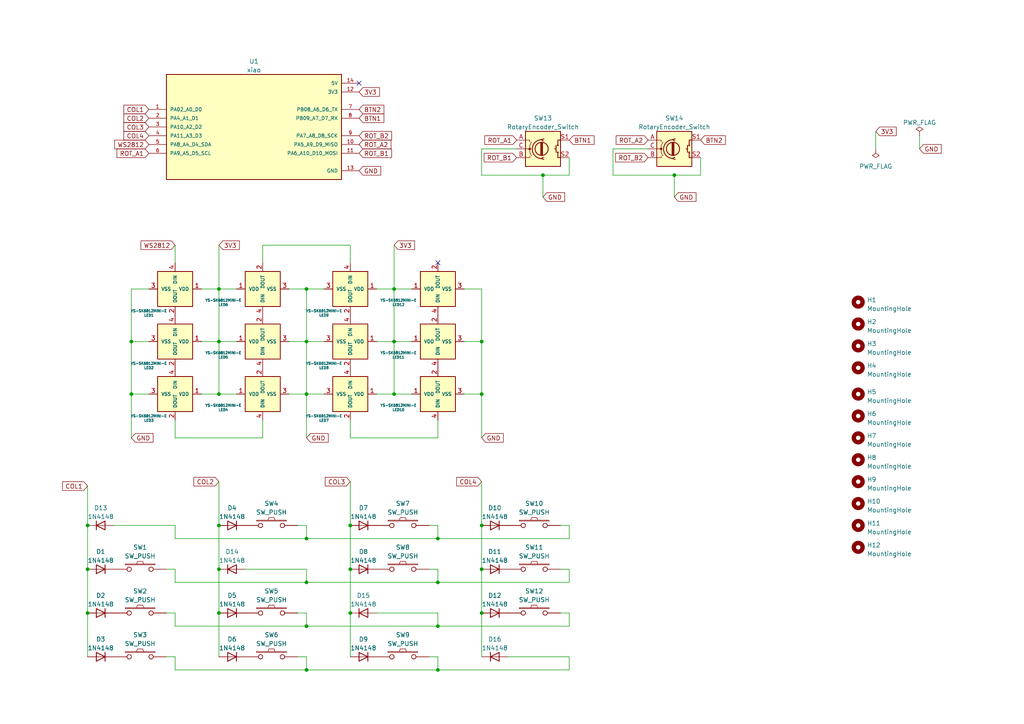
<source format=kicad_sch>
(kicad_sch (version 20230121) (generator eeschema)

  (uuid 7228fa09-309d-4cfb-96bc-79c976487247)

  (paper "A4")

  (lib_symbols
    (symbol "Device:RotaryEncoder_Switch" (pin_names (offset 0.254) hide) (in_bom yes) (on_board yes)
      (property "Reference" "SW" (at 0 6.604 0)
        (effects (font (size 1.27 1.27)))
      )
      (property "Value" "RotaryEncoder_Switch" (at 0 -6.604 0)
        (effects (font (size 1.27 1.27)))
      )
      (property "Footprint" "" (at -3.81 4.064 0)
        (effects (font (size 1.27 1.27)) hide)
      )
      (property "Datasheet" "~" (at 0 6.604 0)
        (effects (font (size 1.27 1.27)) hide)
      )
      (property "ki_keywords" "rotary switch encoder switch push button" (at 0 0 0)
        (effects (font (size 1.27 1.27)) hide)
      )
      (property "ki_description" "Rotary encoder, dual channel, incremental quadrate outputs, with switch" (at 0 0 0)
        (effects (font (size 1.27 1.27)) hide)
      )
      (property "ki_fp_filters" "RotaryEncoder*Switch*" (at 0 0 0)
        (effects (font (size 1.27 1.27)) hide)
      )
      (symbol "RotaryEncoder_Switch_0_1"
        (rectangle (start -5.08 5.08) (end 5.08 -5.08)
          (stroke (width 0.254) (type default))
          (fill (type background))
        )
        (circle (center -3.81 0) (radius 0.254)
          (stroke (width 0) (type default))
          (fill (type outline))
        )
        (circle (center -0.381 0) (radius 1.905)
          (stroke (width 0.254) (type default))
          (fill (type none))
        )
        (arc (start -0.381 2.667) (mid -3.0988 -0.0635) (end -0.381 -2.794)
          (stroke (width 0.254) (type default))
          (fill (type none))
        )
        (polyline
          (pts
            (xy -0.635 -1.778)
            (xy -0.635 1.778)
          )
          (stroke (width 0.254) (type default))
          (fill (type none))
        )
        (polyline
          (pts
            (xy -0.381 -1.778)
            (xy -0.381 1.778)
          )
          (stroke (width 0.254) (type default))
          (fill (type none))
        )
        (polyline
          (pts
            (xy -0.127 1.778)
            (xy -0.127 -1.778)
          )
          (stroke (width 0.254) (type default))
          (fill (type none))
        )
        (polyline
          (pts
            (xy 3.81 0)
            (xy 3.429 0)
          )
          (stroke (width 0.254) (type default))
          (fill (type none))
        )
        (polyline
          (pts
            (xy 3.81 1.016)
            (xy 3.81 -1.016)
          )
          (stroke (width 0.254) (type default))
          (fill (type none))
        )
        (polyline
          (pts
            (xy -5.08 -2.54)
            (xy -3.81 -2.54)
            (xy -3.81 -2.032)
          )
          (stroke (width 0) (type default))
          (fill (type none))
        )
        (polyline
          (pts
            (xy -5.08 2.54)
            (xy -3.81 2.54)
            (xy -3.81 2.032)
          )
          (stroke (width 0) (type default))
          (fill (type none))
        )
        (polyline
          (pts
            (xy 0.254 -3.048)
            (xy -0.508 -2.794)
            (xy 0.127 -2.413)
          )
          (stroke (width 0.254) (type default))
          (fill (type none))
        )
        (polyline
          (pts
            (xy 0.254 2.921)
            (xy -0.508 2.667)
            (xy 0.127 2.286)
          )
          (stroke (width 0.254) (type default))
          (fill (type none))
        )
        (polyline
          (pts
            (xy 5.08 -2.54)
            (xy 4.318 -2.54)
            (xy 4.318 -1.016)
          )
          (stroke (width 0.254) (type default))
          (fill (type none))
        )
        (polyline
          (pts
            (xy 5.08 2.54)
            (xy 4.318 2.54)
            (xy 4.318 1.016)
          )
          (stroke (width 0.254) (type default))
          (fill (type none))
        )
        (polyline
          (pts
            (xy -5.08 0)
            (xy -3.81 0)
            (xy -3.81 -1.016)
            (xy -3.302 -2.032)
          )
          (stroke (width 0) (type default))
          (fill (type none))
        )
        (polyline
          (pts
            (xy -4.318 0)
            (xy -3.81 0)
            (xy -3.81 1.016)
            (xy -3.302 2.032)
          )
          (stroke (width 0) (type default))
          (fill (type none))
        )
        (circle (center 4.318 -1.016) (radius 0.127)
          (stroke (width 0.254) (type default))
          (fill (type none))
        )
        (circle (center 4.318 1.016) (radius 0.127)
          (stroke (width 0.254) (type default))
          (fill (type none))
        )
      )
      (symbol "RotaryEncoder_Switch_1_1"
        (pin passive line (at -7.62 2.54 0) (length 2.54)
          (name "A" (effects (font (size 1.27 1.27))))
          (number "A" (effects (font (size 1.27 1.27))))
        )
        (pin passive line (at -7.62 -2.54 0) (length 2.54)
          (name "B" (effects (font (size 1.27 1.27))))
          (number "B" (effects (font (size 1.27 1.27))))
        )
        (pin passive line (at -7.62 0 0) (length 2.54)
          (name "C" (effects (font (size 1.27 1.27))))
          (number "C" (effects (font (size 1.27 1.27))))
        )
        (pin passive line (at 7.62 2.54 180) (length 2.54)
          (name "S1" (effects (font (size 1.27 1.27))))
          (number "S1" (effects (font (size 1.27 1.27))))
        )
        (pin passive line (at 7.62 -2.54 180) (length 2.54)
          (name "S2" (effects (font (size 1.27 1.27))))
          (number "S2" (effects (font (size 1.27 1.27))))
        )
      )
    )
    (symbol "Diode:1N4148" (pin_numbers hide) (pin_names hide) (in_bom yes) (on_board yes)
      (property "Reference" "D" (at 0 2.54 0)
        (effects (font (size 1.27 1.27)))
      )
      (property "Value" "1N4148" (at 0 -2.54 0)
        (effects (font (size 1.27 1.27)))
      )
      (property "Footprint" "Diode_THT:D_DO-35_SOD27_P7.62mm_Horizontal" (at 0 0 0)
        (effects (font (size 1.27 1.27)) hide)
      )
      (property "Datasheet" "https://assets.nexperia.com/documents/data-sheet/1N4148_1N4448.pdf" (at 0 0 0)
        (effects (font (size 1.27 1.27)) hide)
      )
      (property "Sim.Device" "D" (at 0 0 0)
        (effects (font (size 1.27 1.27)) hide)
      )
      (property "Sim.Pins" "1=K 2=A" (at 0 0 0)
        (effects (font (size 1.27 1.27)) hide)
      )
      (property "ki_keywords" "diode" (at 0 0 0)
        (effects (font (size 1.27 1.27)) hide)
      )
      (property "ki_description" "100V 0.15A standard switching diode, DO-35" (at 0 0 0)
        (effects (font (size 1.27 1.27)) hide)
      )
      (property "ki_fp_filters" "D*DO?35*" (at 0 0 0)
        (effects (font (size 1.27 1.27)) hide)
      )
      (symbol "1N4148_0_1"
        (polyline
          (pts
            (xy -1.27 1.27)
            (xy -1.27 -1.27)
          )
          (stroke (width 0.254) (type default))
          (fill (type none))
        )
        (polyline
          (pts
            (xy 1.27 0)
            (xy -1.27 0)
          )
          (stroke (width 0) (type default))
          (fill (type none))
        )
        (polyline
          (pts
            (xy 1.27 1.27)
            (xy 1.27 -1.27)
            (xy -1.27 0)
            (xy 1.27 1.27)
          )
          (stroke (width 0.254) (type default))
          (fill (type none))
        )
      )
      (symbol "1N4148_1_1"
        (pin passive line (at -3.81 0 0) (length 2.54)
          (name "K" (effects (font (size 1.27 1.27))))
          (number "1" (effects (font (size 1.27 1.27))))
        )
        (pin passive line (at 3.81 0 180) (length 2.54)
          (name "A" (effects (font (size 1.27 1.27))))
          (number "2" (effects (font (size 1.27 1.27))))
        )
      )
    )
    (symbol "Mechanical:MountingHole" (pin_names (offset 1.016)) (in_bom yes) (on_board yes)
      (property "Reference" "H" (at 0 5.08 0)
        (effects (font (size 1.27 1.27)))
      )
      (property "Value" "MountingHole" (at 0 3.175 0)
        (effects (font (size 1.27 1.27)))
      )
      (property "Footprint" "" (at 0 0 0)
        (effects (font (size 1.27 1.27)) hide)
      )
      (property "Datasheet" "~" (at 0 0 0)
        (effects (font (size 1.27 1.27)) hide)
      )
      (property "ki_keywords" "mounting hole" (at 0 0 0)
        (effects (font (size 1.27 1.27)) hide)
      )
      (property "ki_description" "Mounting Hole without connection" (at 0 0 0)
        (effects (font (size 1.27 1.27)) hide)
      )
      (property "ki_fp_filters" "MountingHole*" (at 0 0 0)
        (effects (font (size 1.27 1.27)) hide)
      )
      (symbol "MountingHole_0_1"
        (circle (center 0 0) (radius 1.27)
          (stroke (width 1.27) (type default))
          (fill (type none))
        )
      )
    )
    (symbol "kbd:SW_PUSH" (pin_numbers hide) (pin_names (offset 1.016) hide) (in_bom yes) (on_board yes)
      (property "Reference" "SW" (at 3.81 2.794 0)
        (effects (font (size 1.27 1.27)))
      )
      (property "Value" "SW_PUSH" (at 0 -2.032 0)
        (effects (font (size 1.27 1.27)))
      )
      (property "Footprint" "" (at 0 0 0)
        (effects (font (size 1.27 1.27)))
      )
      (property "Datasheet" "" (at 0 0 0)
        (effects (font (size 1.27 1.27)))
      )
      (symbol "SW_PUSH_0_1"
        (rectangle (start -4.318 1.27) (end 4.318 1.524)
          (stroke (width 0) (type solid))
          (fill (type none))
        )
        (polyline
          (pts
            (xy -1.016 1.524)
            (xy -0.762 2.286)
            (xy 0.762 2.286)
            (xy 1.016 1.524)
          )
          (stroke (width 0) (type solid))
          (fill (type none))
        )
        (pin passive inverted (at -7.62 0 0) (length 5.08)
          (name "1" (effects (font (size 1.27 1.27))))
          (number "1" (effects (font (size 1.27 1.27))))
        )
        (pin passive inverted (at 7.62 0 180) (length 5.08)
          (name "2" (effects (font (size 1.27 1.27))))
          (number "2" (effects (font (size 1.27 1.27))))
        )
      )
    )
    (symbol "kbd:YS-SK6812MINI-E" (pin_names (offset 1.016)) (in_bom yes) (on_board yes)
      (property "Reference" "LED" (at 2.54 -7.62 0)
        (effects (font (size 0.7366 0.7366)))
      )
      (property "Value" "YS-SK6812MINI-E" (at 6.35 -6.35 0)
        (effects (font (size 0.7366 0.7366)))
      )
      (property "Footprint" "" (at 2.54 -6.35 0)
        (effects (font (size 1.27 1.27)) hide)
      )
      (property "Datasheet" "" (at 2.54 -6.35 0)
        (effects (font (size 1.27 1.27)) hide)
      )
      (symbol "YS-SK6812MINI-E_0_1"
        (rectangle (start -5.08 5.08) (end 5.08 -5.08)
          (stroke (width 0.254) (type solid))
          (fill (type background))
        )
      )
      (symbol "YS-SK6812MINI-E_1_1"
        (pin power_in line (at 0 7.62 270) (length 2.54)
          (name "VDD" (effects (font (size 0.9906 0.9906))))
          (number "1" (effects (font (size 1.27 1.27))))
        )
        (pin output line (at 7.62 0 180) (length 2.54)
          (name "DOUT" (effects (font (size 0.9906 0.9906))))
          (number "2" (effects (font (size 1.27 1.27))))
        )
        (pin power_in line (at 0 -7.62 90) (length 2.54)
          (name "VSS" (effects (font (size 0.9906 0.9906))))
          (number "3" (effects (font (size 1.27 1.27))))
        )
        (pin input line (at -7.62 0 0) (length 2.54)
          (name "DIN" (effects (font (size 0.9906 0.9906))))
          (number "4" (effects (font (size 1.27 1.27))))
        )
      )
    )
    (symbol "lib:xiao" (pin_names (offset 1.016)) (in_bom yes) (on_board yes)
      (property "Reference" "U" (at -25.4 16.002 0)
        (effects (font (size 1.27 1.27)) (justify left bottom))
      )
      (property "Value" "xiao" (at -25.4 -17.78 0)
        (effects (font (size 1.27 1.27)) (justify left bottom))
      )
      (property "Footprint" "MODULE_102010388" (at 0 0 0)
        (effects (font (size 1.27 1.27)) (justify bottom) hide)
      )
      (property "Datasheet" "" (at 0 0 0)
        (effects (font (size 1.27 1.27)) hide)
      )
      (property "PARTREV" "N/A" (at 0 0 0)
        (effects (font (size 1.27 1.27)) (justify bottom) hide)
      )
      (property "STANDARD" "Manufacturer Recommendations" (at 0 0 0)
        (effects (font (size 1.27 1.27)) (justify bottom) hide)
      )
      (property "MANUFACTURER" "Seeed Technology" (at 0 0 0)
        (effects (font (size 1.27 1.27)) (justify bottom) hide)
      )
      (property "MAXIMUM_PACKAGE_HEIGHT" "N/A" (at 0 0 0)
        (effects (font (size 1.27 1.27)) (justify bottom) hide)
      )
      (property "SNAPEDA_PN" "102010388" (at 0 0 0)
        (effects (font (size 1.27 1.27)) (justify bottom) hide)
      )
      (symbol "xiao_0_0"
        (rectangle (start -25.4 -15.24) (end 25.4 15.24)
          (stroke (width 0.254) (type default))
          (fill (type background))
        )
        (pin bidirectional line (at -30.48 5.08 0) (length 5.08)
          (name "PA02_A0_D0" (effects (font (size 1.016 1.016))))
          (number "1" (effects (font (size 1.016 1.016))))
        )
        (pin bidirectional line (at 30.48 -5.08 180) (length 5.08)
          (name "PA5_A9_D9_MISO" (effects (font (size 1.016 1.016))))
          (number "10" (effects (font (size 1.016 1.016))))
        )
        (pin bidirectional line (at 30.48 -7.62 180) (length 5.08)
          (name "PA6_A10_D10_MOSI" (effects (font (size 1.016 1.016))))
          (number "11" (effects (font (size 1.016 1.016))))
        )
        (pin power_in line (at 30.48 10.16 180) (length 5.08)
          (name "3V3" (effects (font (size 1.016 1.016))))
          (number "12" (effects (font (size 1.016 1.016))))
        )
        (pin power_in line (at 30.48 -12.7 180) (length 5.08)
          (name "GND" (effects (font (size 1.016 1.016))))
          (number "13" (effects (font (size 1.016 1.016))))
        )
        (pin power_in line (at 30.48 12.7 180) (length 5.08)
          (name "5V" (effects (font (size 1.016 1.016))))
          (number "14" (effects (font (size 1.016 1.016))))
        )
        (pin bidirectional line (at -30.48 2.54 0) (length 5.08)
          (name "PA4_A1_D1" (effects (font (size 1.016 1.016))))
          (number "2" (effects (font (size 1.016 1.016))))
        )
        (pin bidirectional line (at -30.48 0 0) (length 5.08)
          (name "PA10_A2_D2" (effects (font (size 1.016 1.016))))
          (number "3" (effects (font (size 1.016 1.016))))
        )
        (pin bidirectional line (at -30.48 -2.54 0) (length 5.08)
          (name "PA11_A3_D3" (effects (font (size 1.016 1.016))))
          (number "4" (effects (font (size 1.016 1.016))))
        )
        (pin bidirectional line (at -30.48 -5.08 0) (length 5.08)
          (name "PA8_A4_D4_SDA" (effects (font (size 1.016 1.016))))
          (number "5" (effects (font (size 1.016 1.016))))
        )
        (pin bidirectional line (at -30.48 -7.62 0) (length 5.08)
          (name "PA9_A5_D5_SCL" (effects (font (size 1.016 1.016))))
          (number "6" (effects (font (size 1.016 1.016))))
        )
        (pin bidirectional line (at 30.48 5.08 180) (length 5.08)
          (name "PB08_A6_D6_TX" (effects (font (size 1.016 1.016))))
          (number "7" (effects (font (size 1.016 1.016))))
        )
        (pin bidirectional line (at 30.48 2.54 180) (length 5.08)
          (name "PB09_A7_D7_RX" (effects (font (size 1.016 1.016))))
          (number "8" (effects (font (size 1.016 1.016))))
        )
        (pin bidirectional line (at 30.48 -2.54 180) (length 5.08)
          (name "PA7_A8_D8_SCK" (effects (font (size 1.016 1.016))))
          (number "9" (effects (font (size 1.016 1.016))))
        )
      )
    )
    (symbol "power:PWR_FLAG" (power) (pin_numbers hide) (pin_names (offset 0) hide) (in_bom yes) (on_board yes)
      (property "Reference" "#FLG" (at 0 1.905 0)
        (effects (font (size 1.27 1.27)) hide)
      )
      (property "Value" "PWR_FLAG" (at 0 3.81 0)
        (effects (font (size 1.27 1.27)))
      )
      (property "Footprint" "" (at 0 0 0)
        (effects (font (size 1.27 1.27)) hide)
      )
      (property "Datasheet" "~" (at 0 0 0)
        (effects (font (size 1.27 1.27)) hide)
      )
      (property "ki_keywords" "flag power" (at 0 0 0)
        (effects (font (size 1.27 1.27)) hide)
      )
      (property "ki_description" "Special symbol for telling ERC where power comes from" (at 0 0 0)
        (effects (font (size 1.27 1.27)) hide)
      )
      (symbol "PWR_FLAG_0_0"
        (pin power_out line (at 0 0 90) (length 0)
          (name "pwr" (effects (font (size 1.27 1.27))))
          (number "1" (effects (font (size 1.27 1.27))))
        )
      )
      (symbol "PWR_FLAG_0_1"
        (polyline
          (pts
            (xy 0 0)
            (xy 0 1.27)
            (xy -1.016 1.905)
            (xy 0 2.54)
            (xy 1.016 1.905)
            (xy 0 1.27)
          )
          (stroke (width 0) (type default))
          (fill (type none))
        )
      )
    )
  )

  (junction (at 88.9 194.31) (diameter 0) (color 0 0 0 0)
    (uuid 05304768-ae96-42e5-9903-8469541612fe)
  )
  (junction (at 38.1 114.3) (diameter 0) (color 0 0 0 0)
    (uuid 0bb672ec-0ca0-451b-bed3-18e3aab7639b)
  )
  (junction (at 38.1 99.06) (diameter 0) (color 0 0 0 0)
    (uuid 0ca7bdbe-92e5-4ef6-ae81-9866c18ae3a1)
  )
  (junction (at 63.5 165.1) (diameter 0) (color 0 0 0 0)
    (uuid 1b9ab4e8-e400-46f1-860c-622267abc216)
  )
  (junction (at 25.4 177.8) (diameter 0) (color 0 0 0 0)
    (uuid 1c43902f-b0da-419a-9174-c20cb2b4fa87)
  )
  (junction (at 88.9 83.82) (diameter 0) (color 0 0 0 0)
    (uuid 209e45fb-1241-4840-b3cd-82f2ea74c920)
  )
  (junction (at 63.5 114.3) (diameter 0) (color 0 0 0 0)
    (uuid 2420e458-3470-42ba-aad0-15803421e239)
  )
  (junction (at 127 156.21) (diameter 0) (color 0 0 0 0)
    (uuid 2e13e90a-0157-40fe-be92-ecea043643b3)
  )
  (junction (at 139.7 177.8) (diameter 0) (color 0 0 0 0)
    (uuid 42d028de-18f5-41b7-9682-700695f42180)
  )
  (junction (at 195.58 50.8) (diameter 0) (color 0 0 0 0)
    (uuid 49f4021a-4238-454b-8052-2bc83b4a284f)
  )
  (junction (at 88.9 156.21) (diameter 0) (color 0 0 0 0)
    (uuid 4aedb3b6-526d-4f97-b293-7ef69f36b72d)
  )
  (junction (at 114.3 83.82) (diameter 0) (color 0 0 0 0)
    (uuid 5282deae-a391-4e5a-a8fb-2d8805138e94)
  )
  (junction (at 139.7 152.4) (diameter 0) (color 0 0 0 0)
    (uuid 544b2362-63d6-4bb7-be64-dbd23b2688dc)
  )
  (junction (at 101.6 177.8) (diameter 0) (color 0 0 0 0)
    (uuid 5c71db93-f398-45eb-b59c-b3cc4554e45c)
  )
  (junction (at 88.9 114.3) (diameter 0) (color 0 0 0 0)
    (uuid 60411ee7-b0ca-402d-9d9a-43ecfd550b8e)
  )
  (junction (at 127 194.31) (diameter 0) (color 0 0 0 0)
    (uuid 638e8b29-6bc9-4994-8f43-c870cb10d6d5)
  )
  (junction (at 139.7 99.06) (diameter 0) (color 0 0 0 0)
    (uuid 76118be0-2ffa-4a70-a1a7-12cb049affe2)
  )
  (junction (at 25.4 152.4) (diameter 0) (color 0 0 0 0)
    (uuid 9702a10e-1109-4d88-9c56-6e6d4d27eb5e)
  )
  (junction (at 88.9 168.91) (diameter 0) (color 0 0 0 0)
    (uuid 9bcba06d-6ef3-47d9-b1ba-9bdaec8e3ac6)
  )
  (junction (at 88.9 181.61) (diameter 0) (color 0 0 0 0)
    (uuid 9eb45581-8a9e-4182-af6a-800aa3cf1947)
  )
  (junction (at 63.5 177.8) (diameter 0) (color 0 0 0 0)
    (uuid aa6d5e2b-5b65-4629-b8bf-6f0dc5b97167)
  )
  (junction (at 139.7 165.1) (diameter 0) (color 0 0 0 0)
    (uuid b2d8e701-dff7-489c-a445-dedc721436d6)
  )
  (junction (at 127 168.91) (diameter 0) (color 0 0 0 0)
    (uuid b315c6f0-3173-4cc5-bfd8-563125b15faa)
  )
  (junction (at 114.3 99.06) (diameter 0) (color 0 0 0 0)
    (uuid b90424f4-a511-4bfc-b3ab-8776c6fd202e)
  )
  (junction (at 114.3 114.3) (diameter 0) (color 0 0 0 0)
    (uuid bf384781-bddd-4386-9e8e-fb4d45465767)
  )
  (junction (at 139.7 114.3) (diameter 0) (color 0 0 0 0)
    (uuid bf792635-ad50-4134-81f2-4852ec62a0f7)
  )
  (junction (at 88.9 99.06) (diameter 0) (color 0 0 0 0)
    (uuid bfdda58a-e7e0-4fc6-8fea-33df22d87552)
  )
  (junction (at 157.48 50.8) (diameter 0) (color 0 0 0 0)
    (uuid c1ffbb54-ec45-4e7c-97cf-2f582065a8c0)
  )
  (junction (at 63.5 152.4) (diameter 0) (color 0 0 0 0)
    (uuid d20199c3-deb6-4479-8e5f-3bd868efcb5a)
  )
  (junction (at 63.5 83.82) (diameter 0) (color 0 0 0 0)
    (uuid d96e1970-2db8-4cd8-9b61-d163a2a7164e)
  )
  (junction (at 25.4 165.1) (diameter 0) (color 0 0 0 0)
    (uuid e3192c80-c8eb-4340-a392-d31191286937)
  )
  (junction (at 127 181.61) (diameter 0) (color 0 0 0 0)
    (uuid e6683ead-bcf1-4cb9-a697-e9792587034a)
  )
  (junction (at 63.5 99.06) (diameter 0) (color 0 0 0 0)
    (uuid f0e3d479-4cf6-48b0-8f31-6f2c142e64c9)
  )
  (junction (at 101.6 152.4) (diameter 0) (color 0 0 0 0)
    (uuid f4620b54-1200-4627-9c4b-a9561d5caf9f)
  )
  (junction (at 101.6 165.1) (diameter 0) (color 0 0 0 0)
    (uuid f82d34ae-02c0-4891-80c1-bb7c9105b56b)
  )

  (no_connect (at 127 76.2) (uuid 587c2823-8524-4138-97eb-54e6076c3087))
  (no_connect (at 104.14 24.13) (uuid d49fecae-357a-4e72-8162-9099afed098e))

  (wire (pts (xy 114.3 83.82) (xy 109.22 83.82))
    (stroke (width 0) (type default))
    (uuid 00d81d47-cad7-40e9-8459-cd0bf7dedbcd)
  )
  (wire (pts (xy 50.8 168.91) (xy 88.9 168.91))
    (stroke (width 0) (type default))
    (uuid 061e61b5-4098-4fe7-88be-fe3ccc59f618)
  )
  (wire (pts (xy 139.7 43.18) (xy 149.86 43.18))
    (stroke (width 0) (type default))
    (uuid 090dcdf3-757f-41c3-8b28-48e97f1efc2c)
  )
  (wire (pts (xy 88.9 114.3) (xy 88.9 99.06))
    (stroke (width 0) (type default))
    (uuid 09e17adf-617a-4a52-b79b-07e1985b7cd6)
  )
  (wire (pts (xy 76.2 121.92) (xy 76.2 127))
    (stroke (width 0) (type default))
    (uuid 0ba2452c-93c4-4659-8cae-0df96ec4c34e)
  )
  (wire (pts (xy 127 190.5) (xy 127 194.31))
    (stroke (width 0) (type default))
    (uuid 0c75390a-4253-4226-b6f2-375e3a3a92b6)
  )
  (wire (pts (xy 127 152.4) (xy 127 156.21))
    (stroke (width 0) (type default))
    (uuid 15d78bc1-8fd7-4471-b2b1-ccbb228b0662)
  )
  (wire (pts (xy 50.8 165.1) (xy 50.8 168.91))
    (stroke (width 0) (type default))
    (uuid 169fce0e-29dc-45fb-8416-a82b3e0b3e4f)
  )
  (wire (pts (xy 124.46 165.1) (xy 127 165.1))
    (stroke (width 0) (type default))
    (uuid 173cb922-93f3-4ffb-a17b-afdbcfa596bf)
  )
  (wire (pts (xy 76.2 127) (xy 50.8 127))
    (stroke (width 0) (type default))
    (uuid 175f8e64-3f16-43e4-8cd9-0857c243eb28)
  )
  (wire (pts (xy 88.9 114.3) (xy 93.98 114.3))
    (stroke (width 0) (type default))
    (uuid 1781988e-8ea8-4fef-affe-6b212508b74e)
  )
  (wire (pts (xy 25.4 177.8) (xy 25.4 190.5))
    (stroke (width 0) (type default))
    (uuid 19efde1e-f5c9-4b2e-ab2c-5c622aa3b234)
  )
  (wire (pts (xy 165.1 181.61) (xy 127 181.61))
    (stroke (width 0) (type default))
    (uuid 1f02155b-b1ec-4bbf-8a69-083992a4fe19)
  )
  (wire (pts (xy 139.7 99.06) (xy 139.7 83.82))
    (stroke (width 0) (type default))
    (uuid 203008a9-67b3-49e4-9b8e-6d41cd422b74)
  )
  (wire (pts (xy 88.9 83.82) (xy 93.98 83.82))
    (stroke (width 0) (type default))
    (uuid 210cb5db-8b52-46b8-a59f-757d24b1f72f)
  )
  (wire (pts (xy 83.82 99.06) (xy 88.9 99.06))
    (stroke (width 0) (type default))
    (uuid 2ce6ee4f-ff90-4645-81a4-5be3a1ae7223)
  )
  (wire (pts (xy 139.7 83.82) (xy 134.62 83.82))
    (stroke (width 0) (type default))
    (uuid 2eef86c8-8a38-4ac1-8b9b-cd87be79f667)
  )
  (wire (pts (xy 25.4 152.4) (xy 25.4 165.1))
    (stroke (width 0) (type default))
    (uuid 2fa76da9-1f96-428c-b126-5c119bfe4b36)
  )
  (wire (pts (xy 83.82 114.3) (xy 88.9 114.3))
    (stroke (width 0) (type default))
    (uuid 32c6c46e-64ab-473c-968d-244db7bfe8a4)
  )
  (wire (pts (xy 38.1 83.82) (xy 43.18 83.82))
    (stroke (width 0) (type default))
    (uuid 3440247b-0427-4a48-847b-cd77501adb87)
  )
  (wire (pts (xy 76.2 71.12) (xy 101.6 71.12))
    (stroke (width 0) (type default))
    (uuid 345604c6-65f1-4196-abf2-cf8ffbbb47d2)
  )
  (wire (pts (xy 50.8 190.5) (xy 48.26 190.5))
    (stroke (width 0) (type default))
    (uuid 34b27d29-4e74-4345-8ea5-51eeed211ac3)
  )
  (wire (pts (xy 195.58 57.15) (xy 195.58 50.8))
    (stroke (width 0) (type default))
    (uuid 3538a76c-2f21-4e0b-b280-b08c04881d99)
  )
  (wire (pts (xy 127 194.31) (xy 88.9 194.31))
    (stroke (width 0) (type default))
    (uuid 38cc7fd6-58f3-41cb-b4a8-cd915d2a7223)
  )
  (wire (pts (xy 50.8 177.8) (xy 48.26 177.8))
    (stroke (width 0) (type default))
    (uuid 394a9c0a-6455-4770-a471-3d70f875263a)
  )
  (wire (pts (xy 63.5 83.82) (xy 68.58 83.82))
    (stroke (width 0) (type default))
    (uuid 3dc9cd50-3b93-45e4-b753-8522fbf52b94)
  )
  (wire (pts (xy 127 177.8) (xy 127 181.61))
    (stroke (width 0) (type default))
    (uuid 3e601447-7e27-4b95-a86a-bc8003b6b9c3)
  )
  (wire (pts (xy 114.3 83.82) (xy 119.38 83.82))
    (stroke (width 0) (type default))
    (uuid 40c8158a-26be-4fd0-a905-d526e082ae8a)
  )
  (wire (pts (xy 139.7 127) (xy 139.7 114.3))
    (stroke (width 0) (type default))
    (uuid 41aa38f6-7829-4886-811b-f66ba0c17631)
  )
  (wire (pts (xy 114.3 71.12) (xy 114.3 83.82))
    (stroke (width 0) (type default))
    (uuid 43a289e6-0f67-4142-bdfb-f02a4bba0385)
  )
  (wire (pts (xy 147.32 190.5) (xy 165.1 190.5))
    (stroke (width 0) (type default))
    (uuid 45eaaf3e-d8d2-4611-a125-e0524c5722e7)
  )
  (wire (pts (xy 88.9 83.82) (xy 83.82 83.82))
    (stroke (width 0) (type default))
    (uuid 45f2bff4-7196-4dba-9a86-a05bb07f970f)
  )
  (wire (pts (xy 88.9 177.8) (xy 88.9 181.61))
    (stroke (width 0) (type default))
    (uuid 4624cd39-97f3-4143-878d-8d39d3fe4d67)
  )
  (wire (pts (xy 88.9 156.21) (xy 127 156.21))
    (stroke (width 0) (type default))
    (uuid 4cc37c4f-3f08-4731-9b24-ddb3376de3de)
  )
  (wire (pts (xy 25.4 165.1) (xy 25.4 177.8))
    (stroke (width 0) (type default))
    (uuid 4d8eefbf-4dc9-450c-b996-ff7cdc523827)
  )
  (wire (pts (xy 177.8 50.8) (xy 177.8 43.18))
    (stroke (width 0) (type default))
    (uuid 4f8bae27-4d31-4fdf-9073-ae6090309156)
  )
  (wire (pts (xy 127 165.1) (xy 127 168.91))
    (stroke (width 0) (type default))
    (uuid 539fc564-605b-44b4-822a-4676126a5f1f)
  )
  (wire (pts (xy 88.9 99.06) (xy 93.98 99.06))
    (stroke (width 0) (type default))
    (uuid 53a53054-1f5a-4619-b5d0-0c1664984772)
  )
  (wire (pts (xy 63.5 83.82) (xy 63.5 99.06))
    (stroke (width 0) (type default))
    (uuid 56c2acc4-4053-448c-8942-526a6280d5cf)
  )
  (wire (pts (xy 63.5 99.06) (xy 63.5 114.3))
    (stroke (width 0) (type default))
    (uuid 5a209698-9f91-4cd3-a403-d7b658a6bb46)
  )
  (wire (pts (xy 134.62 99.06) (xy 139.7 99.06))
    (stroke (width 0) (type default))
    (uuid 5bb10750-d810-42da-8678-d1e7ad378129)
  )
  (wire (pts (xy 139.7 114.3) (xy 139.7 99.06))
    (stroke (width 0) (type default))
    (uuid 5d2b6dcc-9ac7-4eb8-bd90-dae9d245ec2f)
  )
  (wire (pts (xy 114.3 114.3) (xy 119.38 114.3))
    (stroke (width 0) (type default))
    (uuid 5ed0ac69-31d0-47e1-8381-97a6a63a4698)
  )
  (wire (pts (xy 162.56 152.4) (xy 165.1 152.4))
    (stroke (width 0) (type default))
    (uuid 6292aea6-9a9c-4ed1-9cb2-583431eb2554)
  )
  (wire (pts (xy 101.6 121.92) (xy 101.6 127))
    (stroke (width 0) (type default))
    (uuid 67e96dfa-bce0-4a31-b241-7a5970bdb9ff)
  )
  (wire (pts (xy 88.9 165.1) (xy 88.9 168.91))
    (stroke (width 0) (type default))
    (uuid 689e54af-6089-4992-ae59-cc4dad565bf9)
  )
  (wire (pts (xy 88.9 190.5) (xy 88.9 194.31))
    (stroke (width 0) (type default))
    (uuid 6f454b6d-bb6c-424a-9f91-be79e1155947)
  )
  (wire (pts (xy 114.3 83.82) (xy 114.3 99.06))
    (stroke (width 0) (type default))
    (uuid 739cba67-52ed-431d-873e-63f759ffd576)
  )
  (wire (pts (xy 38.1 99.06) (xy 43.18 99.06))
    (stroke (width 0) (type default))
    (uuid 77327e83-eab5-4cb8-a2b2-86471305648d)
  )
  (wire (pts (xy 157.48 50.8) (xy 139.7 50.8))
    (stroke (width 0) (type default))
    (uuid 79cc4882-607a-41ab-bc9e-3a02e52baa6b)
  )
  (wire (pts (xy 157.48 50.8) (xy 165.1 50.8))
    (stroke (width 0) (type default))
    (uuid 7d740412-6a68-4f77-a9ac-2b65a38981be)
  )
  (wire (pts (xy 63.5 99.06) (xy 68.58 99.06))
    (stroke (width 0) (type default))
    (uuid 7dce4ab7-239a-43cd-8afb-de7d76d6e29b)
  )
  (wire (pts (xy 195.58 50.8) (xy 203.2 50.8))
    (stroke (width 0) (type default))
    (uuid 83f3b150-3cc4-4e56-9141-190da692acf5)
  )
  (wire (pts (xy 58.42 114.3) (xy 63.5 114.3))
    (stroke (width 0) (type default))
    (uuid 842e9942-6073-412b-8887-40389b7c7af4)
  )
  (wire (pts (xy 139.7 177.8) (xy 139.7 190.5))
    (stroke (width 0) (type default))
    (uuid 85c0db50-588c-4c51-9694-6759da3e0d8b)
  )
  (wire (pts (xy 50.8 181.61) (xy 50.8 177.8))
    (stroke (width 0) (type default))
    (uuid 87d91919-81d8-482b-b8cd-47a4847c25b9)
  )
  (wire (pts (xy 195.58 50.8) (xy 177.8 50.8))
    (stroke (width 0) (type default))
    (uuid 8ecae393-231f-4bc3-b668-6f4f683fc9fd)
  )
  (wire (pts (xy 165.1 168.91) (xy 165.1 165.1))
    (stroke (width 0) (type default))
    (uuid 8fb68fcf-2d11-4b03-9af2-86c20bf86153)
  )
  (wire (pts (xy 177.8 43.18) (xy 187.96 43.18))
    (stroke (width 0) (type default))
    (uuid 92c7eb02-bac0-4a4a-a952-525fe0bc44ec)
  )
  (wire (pts (xy 71.12 165.1) (xy 88.9 165.1))
    (stroke (width 0) (type default))
    (uuid 942be452-0d8f-45e1-b303-36eae3442b65)
  )
  (wire (pts (xy 63.5 165.1) (xy 63.5 177.8))
    (stroke (width 0) (type default))
    (uuid 97369f17-e5c8-478a-9619-3be7eb7e57f6)
  )
  (wire (pts (xy 88.9 168.91) (xy 127 168.91))
    (stroke (width 0) (type default))
    (uuid 975fd9c8-45c1-467f-8362-a6693eb72905)
  )
  (wire (pts (xy 88.9 127) (xy 88.9 114.3))
    (stroke (width 0) (type default))
    (uuid 990b81a5-64c6-463a-a914-dcdb80a33ca4)
  )
  (wire (pts (xy 139.7 152.4) (xy 139.7 165.1))
    (stroke (width 0) (type default))
    (uuid 9b22b766-2906-4c5f-991d-6417d3ce2f04)
  )
  (wire (pts (xy 101.6 177.8) (xy 101.6 190.5))
    (stroke (width 0) (type default))
    (uuid 9d6e801d-44f8-423d-90a7-b5a4b556df8d)
  )
  (wire (pts (xy 86.36 177.8) (xy 88.9 177.8))
    (stroke (width 0) (type default))
    (uuid a217e79f-23b2-46cc-84b7-84b9d2c3c61a)
  )
  (wire (pts (xy 63.5 114.3) (xy 68.58 114.3))
    (stroke (width 0) (type default))
    (uuid a6afb3ef-727e-40bf-a0bc-0e8bcdf9a5ca)
  )
  (wire (pts (xy 88.9 99.06) (xy 88.9 83.82))
    (stroke (width 0) (type default))
    (uuid a7811f2d-4134-4616-b551-ecd9b1647205)
  )
  (wire (pts (xy 38.1 114.3) (xy 43.18 114.3))
    (stroke (width 0) (type default))
    (uuid a8e512fd-0356-4e1b-b9d4-8e323f67c76e)
  )
  (wire (pts (xy 134.62 114.3) (xy 139.7 114.3))
    (stroke (width 0) (type default))
    (uuid b06cd6d5-b38e-45d0-9fda-08b0a5a78c84)
  )
  (wire (pts (xy 50.8 165.1) (xy 48.26 165.1))
    (stroke (width 0) (type default))
    (uuid b146860e-d0a1-4f96-b226-fc9c12368284)
  )
  (wire (pts (xy 165.1 177.8) (xy 165.1 181.61))
    (stroke (width 0) (type default))
    (uuid b257925f-62e0-44da-8884-3b02dd2629e0)
  )
  (wire (pts (xy 76.2 76.2) (xy 76.2 71.12))
    (stroke (width 0) (type default))
    (uuid b2776367-8bd0-4730-a1d8-529719a66cda)
  )
  (wire (pts (xy 139.7 50.8) (xy 139.7 43.18))
    (stroke (width 0) (type default))
    (uuid b31ad4fd-1f2b-4991-9a0a-d10dbbe76082)
  )
  (wire (pts (xy 50.8 156.21) (xy 50.8 152.4))
    (stroke (width 0) (type default))
    (uuid b3d7eeb8-1c77-4c3a-ab99-d17b898d4760)
  )
  (wire (pts (xy 50.8 194.31) (xy 50.8 190.5))
    (stroke (width 0) (type default))
    (uuid b4ecb390-1773-48b2-a682-5afeeea044e8)
  )
  (wire (pts (xy 63.5 139.7) (xy 63.5 152.4))
    (stroke (width 0) (type default))
    (uuid b83161e3-158c-41f2-94fa-ea49dc3299b1)
  )
  (wire (pts (xy 101.6 127) (xy 127 127))
    (stroke (width 0) (type default))
    (uuid b9c70749-8053-4cef-baff-2ae6367ec0fb)
  )
  (wire (pts (xy 63.5 83.82) (xy 58.42 83.82))
    (stroke (width 0) (type default))
    (uuid bb9baede-a4cb-4d6c-ba2a-5833f721f6e6)
  )
  (wire (pts (xy 162.56 177.8) (xy 165.1 177.8))
    (stroke (width 0) (type default))
    (uuid bbb8222e-7bdc-4529-8e9f-795099c394d4)
  )
  (wire (pts (xy 127 127) (xy 127 121.92))
    (stroke (width 0) (type default))
    (uuid bce627d3-597e-432d-8b85-ae1672e2bee1)
  )
  (wire (pts (xy 109.22 177.8) (xy 127 177.8))
    (stroke (width 0) (type default))
    (uuid bcfba687-1c9c-4d6f-8edd-755dea84ed0f)
  )
  (wire (pts (xy 86.36 190.5) (xy 88.9 190.5))
    (stroke (width 0) (type default))
    (uuid bd888f70-b98a-483b-97b3-e2509f72a353)
  )
  (wire (pts (xy 165.1 194.31) (xy 127 194.31))
    (stroke (width 0) (type default))
    (uuid bdc291ba-4d96-451c-a47e-6f146a89a760)
  )
  (wire (pts (xy 38.1 99.06) (xy 38.1 83.82))
    (stroke (width 0) (type default))
    (uuid c16402b0-7561-47f5-8ca6-1f913a72e9c3)
  )
  (wire (pts (xy 63.5 99.06) (xy 58.42 99.06))
    (stroke (width 0) (type default))
    (uuid c20ea5cf-700c-4ea6-ad4d-5ad2fdac1b0a)
  )
  (wire (pts (xy 88.9 152.4) (xy 88.9 156.21))
    (stroke (width 0) (type default))
    (uuid c3983c29-3b5c-4167-8d99-42bd94882e30)
  )
  (wire (pts (xy 127 156.21) (xy 165.1 156.21))
    (stroke (width 0) (type default))
    (uuid c4bb2bac-15dd-46c5-8032-99b4640ca621)
  )
  (wire (pts (xy 254 43.18) (xy 254 38.1))
    (stroke (width 0) (type default))
    (uuid c60cbc37-c766-4981-b43a-dfa9e1352db7)
  )
  (wire (pts (xy 38.1 114.3) (xy 38.1 99.06))
    (stroke (width 0) (type default))
    (uuid c8bfb86b-7d83-4744-abaf-24725f3e9cab)
  )
  (wire (pts (xy 139.7 165.1) (xy 139.7 177.8))
    (stroke (width 0) (type default))
    (uuid cda80214-2a62-4272-b6d0-efb504db33ee)
  )
  (wire (pts (xy 25.4 140.97) (xy 25.4 152.4))
    (stroke (width 0) (type default))
    (uuid cddb3f38-5d09-45ac-9bef-730c4fffbcc5)
  )
  (wire (pts (xy 50.8 127) (xy 50.8 121.92))
    (stroke (width 0) (type default))
    (uuid ce1c9789-2558-43c2-b81a-de1e23095ef2)
  )
  (wire (pts (xy 165.1 165.1) (xy 162.56 165.1))
    (stroke (width 0) (type default))
    (uuid ceb27f51-0b67-4da5-aebe-343d3b2b0c37)
  )
  (wire (pts (xy 63.5 152.4) (xy 63.5 165.1))
    (stroke (width 0) (type default))
    (uuid d2418e43-2f55-4098-be9c-a914e2773e7c)
  )
  (wire (pts (xy 124.46 152.4) (xy 127 152.4))
    (stroke (width 0) (type default))
    (uuid d4ffe277-7efb-47cc-afd5-2fe521232fc1)
  )
  (wire (pts (xy 124.46 190.5) (xy 127 190.5))
    (stroke (width 0) (type default))
    (uuid d50cfe97-a4e6-442b-a3b1-5bd90845aba2)
  )
  (wire (pts (xy 88.9 181.61) (xy 50.8 181.61))
    (stroke (width 0) (type default))
    (uuid d55d70a9-821f-48f8-8047-9b7aff150bd3)
  )
  (wire (pts (xy 63.5 177.8) (xy 63.5 190.5))
    (stroke (width 0) (type default))
    (uuid d69063b9-80ab-4bc9-88ab-94568efc9e61)
  )
  (wire (pts (xy 50.8 71.12) (xy 50.8 76.2))
    (stroke (width 0) (type default))
    (uuid d6eafd92-a78f-4f6b-9f7f-6b1b95bda672)
  )
  (wire (pts (xy 266.7 39.37) (xy 266.7 43.18))
    (stroke (width 0) (type default))
    (uuid da0bbe5a-06b2-43ac-88eb-aa2f008ae506)
  )
  (wire (pts (xy 86.36 152.4) (xy 88.9 152.4))
    (stroke (width 0) (type default))
    (uuid db5abbad-14ac-4b22-acfc-c8195b529f2f)
  )
  (wire (pts (xy 101.6 152.4) (xy 101.6 165.1))
    (stroke (width 0) (type default))
    (uuid dc1c4bbe-8122-48f1-ba50-bc2f0aac1879)
  )
  (wire (pts (xy 109.22 99.06) (xy 114.3 99.06))
    (stroke (width 0) (type default))
    (uuid ddc7e3b4-155a-4311-aa18-eda544474dbe)
  )
  (wire (pts (xy 165.1 152.4) (xy 165.1 156.21))
    (stroke (width 0) (type default))
    (uuid e10ea721-2932-4f40-a079-d0082dc8e447)
  )
  (wire (pts (xy 101.6 76.2) (xy 101.6 71.12))
    (stroke (width 0) (type default))
    (uuid e16d2fdf-3f16-4b61-82f4-5b595f1a9548)
  )
  (wire (pts (xy 127 168.91) (xy 165.1 168.91))
    (stroke (width 0) (type default))
    (uuid e2d4d2a5-6040-40bb-be9b-9da1a0bc9a61)
  )
  (wire (pts (xy 63.5 71.12) (xy 63.5 83.82))
    (stroke (width 0) (type default))
    (uuid e32f7040-6462-4764-86b2-4e497e30d089)
  )
  (wire (pts (xy 165.1 50.8) (xy 165.1 45.72))
    (stroke (width 0) (type default))
    (uuid e39356ce-4906-4e08-9cfe-dbd9f2328ea5)
  )
  (wire (pts (xy 165.1 190.5) (xy 165.1 194.31))
    (stroke (width 0) (type default))
    (uuid e3a36c63-3132-48cd-a1a1-b3319f8df457)
  )
  (wire (pts (xy 114.3 114.3) (xy 109.22 114.3))
    (stroke (width 0) (type default))
    (uuid e3c32875-88dc-45dd-827f-59285ee4f128)
  )
  (wire (pts (xy 114.3 99.06) (xy 119.38 99.06))
    (stroke (width 0) (type default))
    (uuid e71acccb-7d36-4285-9111-44035aaa9f3c)
  )
  (wire (pts (xy 101.6 165.1) (xy 101.6 177.8))
    (stroke (width 0) (type default))
    (uuid e74d6f7d-b912-40b3-b8e6-b2c1cdb49573)
  )
  (wire (pts (xy 139.7 139.7) (xy 139.7 152.4))
    (stroke (width 0) (type default))
    (uuid e7acf7d4-ea3f-40da-af7e-370cd07a100a)
  )
  (wire (pts (xy 203.2 50.8) (xy 203.2 45.72))
    (stroke (width 0) (type default))
    (uuid e9a3b39c-9ddf-4405-894b-ff2f6f5c87a4)
  )
  (wire (pts (xy 38.1 127) (xy 38.1 114.3))
    (stroke (width 0) (type default))
    (uuid e9b8aac1-9ca0-4fab-a5d9-19059fd96235)
  )
  (wire (pts (xy 127 181.61) (xy 88.9 181.61))
    (stroke (width 0) (type default))
    (uuid f072b370-00e9-48db-94dd-4562fd476a2f)
  )
  (wire (pts (xy 157.48 57.15) (xy 157.48 50.8))
    (stroke (width 0) (type default))
    (uuid f280c678-c702-44b3-b7f8-317631a3776a)
  )
  (wire (pts (xy 114.3 99.06) (xy 114.3 114.3))
    (stroke (width 0) (type default))
    (uuid f734897a-8517-4feb-bdb1-0a20e877296d)
  )
  (wire (pts (xy 101.6 139.7) (xy 101.6 152.4))
    (stroke (width 0) (type default))
    (uuid f876f7d3-1fa3-4202-8d42-c6edca038df0)
  )
  (wire (pts (xy 88.9 194.31) (xy 50.8 194.31))
    (stroke (width 0) (type default))
    (uuid f9b36860-3640-4307-bfd5-79a8cff3433e)
  )
  (wire (pts (xy 50.8 156.21) (xy 88.9 156.21))
    (stroke (width 0) (type default))
    (uuid f9fd0274-b344-4400-8b05-06b334beb737)
  )
  (wire (pts (xy 50.8 152.4) (xy 33.02 152.4))
    (stroke (width 0) (type default))
    (uuid fa67dc0d-84b1-4850-b5ee-7296be221e5d)
  )

  (global_label "COL1" (shape input) (at 43.18 31.75 180) (fields_autoplaced)
    (effects (font (size 1.27 1.27)) (justify right))
    (uuid 0523b63f-7a81-4be2-bfff-cebc34ae05c5)
    (property "Intersheetrefs" "${INTERSHEET_REFS}" (at 35.4361 31.75 0)
      (effects (font (size 1.27 1.27)) (justify right) hide)
    )
  )
  (global_label "ROT_A2" (shape input) (at 104.14 41.91 0) (fields_autoplaced)
    (effects (font (size 1.27 1.27)) (justify left))
    (uuid 1ee4b27d-ad12-429c-a9ba-388f2d68d30b)
    (property "Intersheetrefs" "${INTERSHEET_REFS}" (at 113.8796 41.91 0)
      (effects (font (size 1.27 1.27)) (justify left) hide)
    )
  )
  (global_label "BTN2" (shape input) (at 203.2 40.64 0) (fields_autoplaced)
    (effects (font (size 1.27 1.27)) (justify left))
    (uuid 327ae54e-85b2-461b-8948-b1bb7134f11b)
    (property "Intersheetrefs" "${INTERSHEET_REFS}" (at 210.8834 40.64 0)
      (effects (font (size 1.27 1.27)) (justify left) hide)
    )
  )
  (global_label "GND" (shape input) (at 104.14 49.53 0) (fields_autoplaced)
    (effects (font (size 1.27 1.27)) (justify left))
    (uuid 3562af39-dcda-4fea-8cb3-777f523bbb7f)
    (property "Intersheetrefs" "${INTERSHEET_REFS}" (at 110.9163 49.53 0)
      (effects (font (size 1.27 1.27)) (justify left) hide)
    )
  )
  (global_label "GND" (shape input) (at 195.58 57.15 0) (fields_autoplaced)
    (effects (font (size 1.27 1.27)) (justify left))
    (uuid 35b0d3c8-3fba-4e8c-8bd5-41b9681505a0)
    (property "Intersheetrefs" "${INTERSHEET_REFS}" (at 202.3563 57.15 0)
      (effects (font (size 1.27 1.27)) (justify left) hide)
    )
  )
  (global_label "WS2812" (shape input) (at 43.18 41.91 180) (fields_autoplaced)
    (effects (font (size 1.27 1.27)) (justify right))
    (uuid 46ac3687-0920-4e5e-aa90-5efdfbd23fb3)
    (property "Intersheetrefs" "${INTERSHEET_REFS}" (at 32.7753 41.91 0)
      (effects (font (size 1.27 1.27)) (justify right) hide)
    )
  )
  (global_label "GND" (shape input) (at 157.48 57.15 0) (fields_autoplaced)
    (effects (font (size 1.27 1.27)) (justify left))
    (uuid 4715e45f-d46a-4bf7-92ed-18b482c505a9)
    (property "Intersheetrefs" "${INTERSHEET_REFS}" (at 164.2563 57.15 0)
      (effects (font (size 1.27 1.27)) (justify left) hide)
    )
  )
  (global_label "ROT_A2" (shape input) (at 187.96 40.64 180) (fields_autoplaced)
    (effects (font (size 1.27 1.27)) (justify right))
    (uuid 479aae72-7958-44dd-ad82-367a1a93af07)
    (property "Intersheetrefs" "${INTERSHEET_REFS}" (at 178.2204 40.64 0)
      (effects (font (size 1.27 1.27)) (justify right) hide)
    )
  )
  (global_label "ROT_B1" (shape input) (at 104.14 44.45 0) (fields_autoplaced)
    (effects (font (size 1.27 1.27)) (justify left))
    (uuid 51eaa5b5-e44b-4ce5-9d59-76eb0a638dc2)
    (property "Intersheetrefs" "${INTERSHEET_REFS}" (at 114.061 44.45 0)
      (effects (font (size 1.27 1.27)) (justify left) hide)
    )
  )
  (global_label "3V3" (shape input) (at 104.14 26.67 0) (fields_autoplaced)
    (effects (font (size 1.27 1.27)) (justify left))
    (uuid 51eed356-32f7-4483-bc6b-58e35f82d04b)
    (property "Intersheetrefs" "${INTERSHEET_REFS}" (at 110.5534 26.67 0)
      (effects (font (size 1.27 1.27)) (justify left) hide)
    )
  )
  (global_label "COL3" (shape input) (at 43.18 36.83 180) (fields_autoplaced)
    (effects (font (size 1.27 1.27)) (justify right))
    (uuid 52da2ffc-d065-4d65-b5d0-8b7201196fda)
    (property "Intersheetrefs" "${INTERSHEET_REFS}" (at 35.4361 36.83 0)
      (effects (font (size 1.27 1.27)) (justify right) hide)
    )
  )
  (global_label "BTN2" (shape input) (at 104.14 31.75 0) (fields_autoplaced)
    (effects (font (size 1.27 1.27)) (justify left))
    (uuid 52f298c0-cc5a-4319-aa4d-b89dd6e8ae42)
    (property "Intersheetrefs" "${INTERSHEET_REFS}" (at 111.8234 31.75 0)
      (effects (font (size 1.27 1.27)) (justify left) hide)
    )
  )
  (global_label "COL4" (shape input) (at 43.18 39.37 180) (fields_autoplaced)
    (effects (font (size 1.27 1.27)) (justify right))
    (uuid 5b83d388-c926-4ae1-8723-37b9fb623528)
    (property "Intersheetrefs" "${INTERSHEET_REFS}" (at 35.4361 39.37 0)
      (effects (font (size 1.27 1.27)) (justify right) hide)
    )
  )
  (global_label "GND" (shape input) (at 38.1 127 0) (fields_autoplaced)
    (effects (font (size 1.27 1.27)) (justify left))
    (uuid 67147d12-298f-4f41-bd8a-ad28d7a5217a)
    (property "Intersheetrefs" "${INTERSHEET_REFS}" (at 44.8763 127 0)
      (effects (font (size 1.27 1.27)) (justify left) hide)
    )
  )
  (global_label "ROT_A1" (shape input) (at 43.18 44.45 180) (fields_autoplaced)
    (effects (font (size 1.27 1.27)) (justify right))
    (uuid 696dda8f-9469-4f92-be39-6524aa6d584d)
    (property "Intersheetrefs" "${INTERSHEET_REFS}" (at 33.4404 44.45 0)
      (effects (font (size 1.27 1.27)) (justify right) hide)
    )
  )
  (global_label "ROT_B1" (shape input) (at 149.86 45.72 180) (fields_autoplaced)
    (effects (font (size 1.27 1.27)) (justify right))
    (uuid 69aa9e03-c476-4bde-88f6-51cf27bb5c50)
    (property "Intersheetrefs" "${INTERSHEET_REFS}" (at 139.939 45.72 0)
      (effects (font (size 1.27 1.27)) (justify right) hide)
    )
  )
  (global_label "COL3" (shape input) (at 101.6 139.7 180) (fields_autoplaced)
    (effects (font (size 1.27 1.27)) (justify right))
    (uuid 6eb5b9d4-028b-4cfc-a2b2-e5f6c5b97098)
    (property "Intersheetrefs" "${INTERSHEET_REFS}" (at 93.8561 139.7 0)
      (effects (font (size 1.27 1.27)) (justify right) hide)
    )
  )
  (global_label "COL4" (shape input) (at 139.7 139.7 180) (fields_autoplaced)
    (effects (font (size 1.27 1.27)) (justify right))
    (uuid 72579f7e-7e40-4bec-9611-f456033ee472)
    (property "Intersheetrefs" "${INTERSHEET_REFS}" (at 131.9561 139.7 0)
      (effects (font (size 1.27 1.27)) (justify right) hide)
    )
  )
  (global_label "3V3" (shape input) (at 114.3 71.12 0) (fields_autoplaced)
    (effects (font (size 1.27 1.27)) (justify left))
    (uuid 87c5b589-7e3d-43ce-8bc7-6c43f2dd835f)
    (property "Intersheetrefs" "${INTERSHEET_REFS}" (at 120.7134 71.12 0)
      (effects (font (size 1.27 1.27)) (justify left) hide)
    )
  )
  (global_label "COL2" (shape input) (at 43.18 34.29 180) (fields_autoplaced)
    (effects (font (size 1.27 1.27)) (justify right))
    (uuid 87f11b28-3bcc-4367-846a-e82b5d404f74)
    (property "Intersheetrefs" "${INTERSHEET_REFS}" (at 35.4361 34.29 0)
      (effects (font (size 1.27 1.27)) (justify right) hide)
    )
  )
  (global_label "3V3" (shape input) (at 63.5 71.12 0) (fields_autoplaced)
    (effects (font (size 1.27 1.27)) (justify left))
    (uuid 9bd09961-b09a-475e-b7cb-fae6284c2dbc)
    (property "Intersheetrefs" "${INTERSHEET_REFS}" (at 69.9134 71.12 0)
      (effects (font (size 1.27 1.27)) (justify left) hide)
    )
  )
  (global_label "ROT_A1" (shape input) (at 149.86 40.64 180) (fields_autoplaced)
    (effects (font (size 1.27 1.27)) (justify right))
    (uuid a5ce405a-f1c9-4266-a622-0cd0e13d9c56)
    (property "Intersheetrefs" "${INTERSHEET_REFS}" (at 140.1204 40.64 0)
      (effects (font (size 1.27 1.27)) (justify right) hide)
    )
  )
  (global_label "WS2812" (shape input) (at 50.8 71.12 180) (fields_autoplaced)
    (effects (font (size 1.27 1.27)) (justify right))
    (uuid a85b7c70-e691-4942-b717-8db5430404bb)
    (property "Intersheetrefs" "${INTERSHEET_REFS}" (at 40.3953 71.12 0)
      (effects (font (size 1.27 1.27)) (justify right) hide)
    )
  )
  (global_label "GND" (shape input) (at 266.7 43.18 0) (fields_autoplaced)
    (effects (font (size 1.27 1.27)) (justify left))
    (uuid adaff1f0-6c8d-49be-9ca7-e32402b7594f)
    (property "Intersheetrefs" "${INTERSHEET_REFS}" (at 273.4763 43.18 0)
      (effects (font (size 1.27 1.27)) (justify left) hide)
    )
  )
  (global_label "COL1" (shape input) (at 25.4 140.97 180) (fields_autoplaced)
    (effects (font (size 1.27 1.27)) (justify right))
    (uuid af1da4c1-23c2-42ed-9199-3c7ddf3dc56d)
    (property "Intersheetrefs" "${INTERSHEET_REFS}" (at 17.6561 140.97 0)
      (effects (font (size 1.27 1.27)) (justify right) hide)
    )
  )
  (global_label "GND" (shape input) (at 88.9 127 0) (fields_autoplaced)
    (effects (font (size 1.27 1.27)) (justify left))
    (uuid b8ae30a7-652d-4465-b68f-4bc3c2b5d766)
    (property "Intersheetrefs" "${INTERSHEET_REFS}" (at 95.6763 127 0)
      (effects (font (size 1.27 1.27)) (justify left) hide)
    )
  )
  (global_label "ROT_B2" (shape input) (at 104.14 39.37 0) (fields_autoplaced)
    (effects (font (size 1.27 1.27)) (justify left))
    (uuid c5115c75-a8ec-40b2-b8ce-e0c5ed1af5e0)
    (property "Intersheetrefs" "${INTERSHEET_REFS}" (at 114.061 39.37 0)
      (effects (font (size 1.27 1.27)) (justify left) hide)
    )
  )
  (global_label "BTN1" (shape input) (at 104.14 34.29 0) (fields_autoplaced)
    (effects (font (size 1.27 1.27)) (justify left))
    (uuid c5b0421c-e07e-4914-a52c-b84b8a4dfd64)
    (property "Intersheetrefs" "${INTERSHEET_REFS}" (at 111.8234 34.29 0)
      (effects (font (size 1.27 1.27)) (justify left) hide)
    )
  )
  (global_label "GND" (shape input) (at 139.7 127 0) (fields_autoplaced)
    (effects (font (size 1.27 1.27)) (justify left))
    (uuid c847894f-9e58-468c-8300-8a92827d55a0)
    (property "Intersheetrefs" "${INTERSHEET_REFS}" (at 146.4763 127 0)
      (effects (font (size 1.27 1.27)) (justify left) hide)
    )
  )
  (global_label "BTN1" (shape input) (at 165.1 40.64 0) (fields_autoplaced)
    (effects (font (size 1.27 1.27)) (justify left))
    (uuid c916da21-1795-41c9-8427-d03548695001)
    (property "Intersheetrefs" "${INTERSHEET_REFS}" (at 172.7834 40.64 0)
      (effects (font (size 1.27 1.27)) (justify left) hide)
    )
  )
  (global_label "3V3" (shape input) (at 254 38.1 0) (fields_autoplaced)
    (effects (font (size 1.27 1.27)) (justify left))
    (uuid dbe6c77f-4cdc-4cbb-8018-a8b79dc66584)
    (property "Intersheetrefs" "${INTERSHEET_REFS}" (at 260.4134 38.1 0)
      (effects (font (size 1.27 1.27)) (justify left) hide)
    )
  )
  (global_label "COL2" (shape input) (at 63.5 139.7 180) (fields_autoplaced)
    (effects (font (size 1.27 1.27)) (justify right))
    (uuid e11a8346-93e7-4623-b3d2-e61c0fe547cc)
    (property "Intersheetrefs" "${INTERSHEET_REFS}" (at 55.7561 139.7 0)
      (effects (font (size 1.27 1.27)) (justify right) hide)
    )
  )
  (global_label "ROT_B2" (shape input) (at 187.96 45.72 180) (fields_autoplaced)
    (effects (font (size 1.27 1.27)) (justify right))
    (uuid f0742a21-2fab-4976-9893-3b19c6c57481)
    (property "Intersheetrefs" "${INTERSHEET_REFS}" (at 178.039 45.72 0)
      (effects (font (size 1.27 1.27)) (justify right) hide)
    )
  )

  (symbol (lib_id "kbd:SW_PUSH") (at 154.94 165.1 0) (unit 1)
    (in_bom yes) (on_board yes) (dnp no) (fields_autoplaced)
    (uuid 077525cc-c18b-4d2f-9073-fd1e7ed67f84)
    (property "Reference" "SW11" (at 154.94 158.75 0)
      (effects (font (size 1.27 1.27)))
    )
    (property "Value" "SW_PUSH" (at 154.94 161.29 0)
      (effects (font (size 1.27 1.27)))
    )
    (property "Footprint" "kbd:CherryMX_Hotswap" (at 154.94 165.1 0)
      (effects (font (size 1.27 1.27)) hide)
    )
    (property "Datasheet" "" (at 154.94 165.1 0)
      (effects (font (size 1.27 1.27)))
    )
    (pin "1" (uuid ffe15bae-7e88-4176-97d7-c4aebedbcf92))
    (pin "2" (uuid bea055bd-87de-4c00-9f31-e89a306457a4))
    (instances
      (project "xiao-kb01"
        (path "/7228fa09-309d-4cfb-96bc-79c976487247"
          (reference "SW11") (unit 1)
        )
      )
    )
  )

  (symbol (lib_id "kbd:SW_PUSH") (at 40.64 177.8 0) (unit 1)
    (in_bom yes) (on_board yes) (dnp no) (fields_autoplaced)
    (uuid 0b6d5006-884e-44bf-9841-505a299ed077)
    (property "Reference" "SW2" (at 40.64 171.45 0)
      (effects (font (size 1.27 1.27)))
    )
    (property "Value" "SW_PUSH" (at 40.64 173.99 0)
      (effects (font (size 1.27 1.27)))
    )
    (property "Footprint" "kbd:CherryMX_Hotswap" (at 40.64 177.8 0)
      (effects (font (size 1.27 1.27)) hide)
    )
    (property "Datasheet" "" (at 40.64 177.8 0)
      (effects (font (size 1.27 1.27)))
    )
    (pin "1" (uuid 34955d2e-8ba8-401e-8ee7-5b87e1de4116))
    (pin "2" (uuid c009c880-c536-4975-b4e5-5cedc527571d))
    (instances
      (project "xiao-kb01"
        (path "/7228fa09-309d-4cfb-96bc-79c976487247"
          (reference "SW2") (unit 1)
        )
      )
    )
  )

  (symbol (lib_id "kbd:YS-SK6812MINI-E") (at 127 99.06 90) (unit 1)
    (in_bom yes) (on_board yes) (dnp no) (fields_autoplaced)
    (uuid 18a2dfc8-d8cd-44ac-830b-f6e37e8eeba2)
    (property "Reference" "LED11" (at 115.57 103.6067 90)
      (effects (font (size 0.7366 0.7366)))
    )
    (property "Value" "YS-SK6812MINI-E" (at 115.57 102.3367 90)
      (effects (font (size 0.7366 0.7366)))
    )
    (property "Footprint" "kbd:YS-SK6812MINI-E" (at 133.35 96.52 0)
      (effects (font (size 1.27 1.27)) hide)
    )
    (property "Datasheet" "" (at 133.35 96.52 0)
      (effects (font (size 1.27 1.27)) hide)
    )
    (pin "1" (uuid 6e1bb442-5eb5-45e3-ad49-06df2c0b9866))
    (pin "2" (uuid 883c03d0-b703-4cbc-8025-cf920a9341dd))
    (pin "3" (uuid 0ae549a0-bcfa-4949-b9de-8f7b8cc7fcac))
    (pin "4" (uuid a4a6d38e-7b2c-4b7c-a327-12ee654ddbe8))
    (instances
      (project "xiao-kb01"
        (path "/7228fa09-309d-4cfb-96bc-79c976487247"
          (reference "LED11") (unit 1)
        )
      )
    )
  )

  (symbol (lib_id "kbd:SW_PUSH") (at 40.64 165.1 0) (unit 1)
    (in_bom yes) (on_board yes) (dnp no) (fields_autoplaced)
    (uuid 19df389b-5c4b-42f6-839b-223a8d1c7589)
    (property "Reference" "SW1" (at 40.64 158.75 0)
      (effects (font (size 1.27 1.27)))
    )
    (property "Value" "SW_PUSH" (at 40.64 161.29 0)
      (effects (font (size 1.27 1.27)))
    )
    (property "Footprint" "kbd:CherryMX_Hotswap" (at 40.64 165.1 0)
      (effects (font (size 1.27 1.27)) hide)
    )
    (property "Datasheet" "" (at 40.64 165.1 0)
      (effects (font (size 1.27 1.27)))
    )
    (pin "1" (uuid e1da5856-f0d8-410d-92a8-74168a682f8a))
    (pin "2" (uuid b16a2642-ed22-40e5-b2ae-636c68f781fa))
    (instances
      (project "xiao-kb01"
        (path "/7228fa09-309d-4cfb-96bc-79c976487247"
          (reference "SW1") (unit 1)
        )
      )
    )
  )

  (symbol (lib_id "Diode:1N4148") (at 67.31 152.4 180) (unit 1)
    (in_bom yes) (on_board yes) (dnp no) (fields_autoplaced)
    (uuid 1cb61a7a-3a71-43ee-ba97-24f0a10677d8)
    (property "Reference" "D4" (at 67.31 147.32 0)
      (effects (font (size 1.27 1.27)))
    )
    (property "Value" "1N4148" (at 67.31 149.86 0)
      (effects (font (size 1.27 1.27)))
    )
    (property "Footprint" "Diode_THT:D_DO-35_SOD27_P7.62mm_Horizontal" (at 67.31 152.4 0)
      (effects (font (size 1.27 1.27)) hide)
    )
    (property "Datasheet" "https://assets.nexperia.com/documents/data-sheet/1N4148_1N4448.pdf" (at 67.31 152.4 0)
      (effects (font (size 1.27 1.27)) hide)
    )
    (property "Sim.Device" "D" (at 67.31 152.4 0)
      (effects (font (size 1.27 1.27)) hide)
    )
    (property "Sim.Pins" "1=K 2=A" (at 67.31 152.4 0)
      (effects (font (size 1.27 1.27)) hide)
    )
    (pin "1" (uuid 235db699-55c8-415f-be55-3639e9aa197a))
    (pin "2" (uuid c604246b-572a-441a-998c-13010006d357))
    (instances
      (project "xiao-kb01"
        (path "/7228fa09-309d-4cfb-96bc-79c976487247"
          (reference "D4") (unit 1)
        )
      )
    )
  )

  (symbol (lib_id "Diode:1N4148") (at 143.51 190.5 0) (unit 1)
    (in_bom yes) (on_board yes) (dnp no) (fields_autoplaced)
    (uuid 1f323b3f-cace-45fc-9949-3cd5102777b3)
    (property "Reference" "D16" (at 143.51 185.42 0)
      (effects (font (size 1.27 1.27)))
    )
    (property "Value" "1N4148" (at 143.51 187.96 0)
      (effects (font (size 1.27 1.27)))
    )
    (property "Footprint" "Diode_THT:D_DO-35_SOD27_P7.62mm_Horizontal" (at 143.51 190.5 0)
      (effects (font (size 1.27 1.27)) hide)
    )
    (property "Datasheet" "https://assets.nexperia.com/documents/data-sheet/1N4148_1N4448.pdf" (at 143.51 190.5 0)
      (effects (font (size 1.27 1.27)) hide)
    )
    (property "Sim.Device" "D" (at 143.51 190.5 0)
      (effects (font (size 1.27 1.27)) hide)
    )
    (property "Sim.Pins" "1=K 2=A" (at 143.51 190.5 0)
      (effects (font (size 1.27 1.27)) hide)
    )
    (pin "1" (uuid ee763993-0313-4778-9947-3039013afad3))
    (pin "2" (uuid 145bc046-8d34-4e13-84e3-876cbb75e9e6))
    (instances
      (project "xiao-kb01"
        (path "/7228fa09-309d-4cfb-96bc-79c976487247"
          (reference "D16") (unit 1)
        )
      )
    )
  )

  (symbol (lib_id "kbd:SW_PUSH") (at 78.74 177.8 0) (unit 1)
    (in_bom yes) (on_board yes) (dnp no) (fields_autoplaced)
    (uuid 20daea8f-ae74-4f23-9936-ab032a4f5460)
    (property "Reference" "SW5" (at 78.74 171.45 0)
      (effects (font (size 1.27 1.27)))
    )
    (property "Value" "SW_PUSH" (at 78.74 173.99 0)
      (effects (font (size 1.27 1.27)))
    )
    (property "Footprint" "kbd:CherryMX_Hotswap" (at 78.74 177.8 0)
      (effects (font (size 1.27 1.27)) hide)
    )
    (property "Datasheet" "" (at 78.74 177.8 0)
      (effects (font (size 1.27 1.27)))
    )
    (pin "1" (uuid d2a45698-dd68-40a1-9f4f-2b97a0ea1f05))
    (pin "2" (uuid e6d2d08a-97f9-453f-95ee-81f3f3e4de43))
    (instances
      (project "xiao-kb01"
        (path "/7228fa09-309d-4cfb-96bc-79c976487247"
          (reference "SW5") (unit 1)
        )
      )
    )
  )

  (symbol (lib_id "kbd:YS-SK6812MINI-E") (at 76.2 114.3 90) (unit 1)
    (in_bom yes) (on_board yes) (dnp no) (fields_autoplaced)
    (uuid 20ecc0e6-124f-444d-88a5-3e98bcbf1488)
    (property "Reference" "LED4" (at 64.77 118.8467 90)
      (effects (font (size 0.7366 0.7366)))
    )
    (property "Value" "YS-SK6812MINI-E" (at 64.77 117.5767 90)
      (effects (font (size 0.7366 0.7366)))
    )
    (property "Footprint" "kbd:YS-SK6812MINI-E" (at 82.55 111.76 0)
      (effects (font (size 1.27 1.27)) hide)
    )
    (property "Datasheet" "" (at 82.55 111.76 0)
      (effects (font (size 1.27 1.27)) hide)
    )
    (pin "1" (uuid 19564a40-833c-43f4-b834-a3506cc19816))
    (pin "2" (uuid 2566a1d3-ff45-4849-947e-f788de6f2398))
    (pin "3" (uuid 1178f3ba-1f49-4e32-bea8-6d49cc528107))
    (pin "4" (uuid 6fd852e2-86f0-4c15-8be9-52b91fcde628))
    (instances
      (project "xiao-kb01"
        (path "/7228fa09-309d-4cfb-96bc-79c976487247"
          (reference "LED4") (unit 1)
        )
      )
    )
  )

  (symbol (lib_id "kbd:YS-SK6812MINI-E") (at 101.6 99.06 270) (unit 1)
    (in_bom yes) (on_board yes) (dnp no)
    (uuid 20fb1d28-67b0-4b49-8bdd-5af9e8f1f0ff)
    (property "Reference" "LED8" (at 93.98 106.68 90)
      (effects (font (size 0.7366 0.7366)))
    )
    (property "Value" "YS-SK6812MINI-E" (at 93.98 105.41 90)
      (effects (font (size 0.7366 0.7366)))
    )
    (property "Footprint" "kbd:YS-SK6812MINI-E" (at 95.25 101.6 0)
      (effects (font (size 1.27 1.27)) hide)
    )
    (property "Datasheet" "" (at 95.25 101.6 0)
      (effects (font (size 1.27 1.27)) hide)
    )
    (pin "1" (uuid 0e8f0dad-08ea-4d8c-a44a-968536d7db6f))
    (pin "2" (uuid f54abe0e-4997-4883-80a7-8f362d94d4c3))
    (pin "3" (uuid b62df344-5b9d-40e5-a4f1-38a6a3f4fcdd))
    (pin "4" (uuid dcf3d6b9-d601-4b49-8e5f-22da7d0f70fb))
    (instances
      (project "xiao-kb01"
        (path "/7228fa09-309d-4cfb-96bc-79c976487247"
          (reference "LED8") (unit 1)
        )
      )
    )
  )

  (symbol (lib_id "Mechanical:MountingHole") (at 248.92 100.33 0) (unit 1)
    (in_bom yes) (on_board yes) (dnp no) (fields_autoplaced)
    (uuid 259a7fa5-3d1b-4996-8535-a397b10f468f)
    (property "Reference" "H3" (at 251.46 99.695 0)
      (effects (font (size 1.27 1.27)) (justify left))
    )
    (property "Value" "MountingHole" (at 251.46 102.235 0)
      (effects (font (size 1.27 1.27)) (justify left))
    )
    (property "Footprint" "MountingHole:MountingHole_2.2mm_M2" (at 248.92 100.33 0)
      (effects (font (size 1.27 1.27)) hide)
    )
    (property "Datasheet" "~" (at 248.92 100.33 0)
      (effects (font (size 1.27 1.27)) hide)
    )
    (instances
      (project "xiao-kb01"
        (path "/7228fa09-309d-4cfb-96bc-79c976487247"
          (reference "H3") (unit 1)
        )
      )
    )
  )

  (symbol (lib_id "Diode:1N4148") (at 67.31 190.5 180) (unit 1)
    (in_bom yes) (on_board yes) (dnp no) (fields_autoplaced)
    (uuid 2e67e6ee-6545-49db-9003-e3eb3f08f13e)
    (property "Reference" "D6" (at 67.31 185.42 0)
      (effects (font (size 1.27 1.27)))
    )
    (property "Value" "1N4148" (at 67.31 187.96 0)
      (effects (font (size 1.27 1.27)))
    )
    (property "Footprint" "Diode_THT:D_DO-35_SOD27_P7.62mm_Horizontal" (at 67.31 190.5 0)
      (effects (font (size 1.27 1.27)) hide)
    )
    (property "Datasheet" "https://assets.nexperia.com/documents/data-sheet/1N4148_1N4448.pdf" (at 67.31 190.5 0)
      (effects (font (size 1.27 1.27)) hide)
    )
    (property "Sim.Device" "D" (at 67.31 190.5 0)
      (effects (font (size 1.27 1.27)) hide)
    )
    (property "Sim.Pins" "1=K 2=A" (at 67.31 190.5 0)
      (effects (font (size 1.27 1.27)) hide)
    )
    (pin "1" (uuid 41168f0b-09f1-4de6-b39b-36a75feaab79))
    (pin "2" (uuid c2009cc5-703d-46bf-af94-4b7641a8ecee))
    (instances
      (project "xiao-kb01"
        (path "/7228fa09-309d-4cfb-96bc-79c976487247"
          (reference "D6") (unit 1)
        )
      )
    )
  )

  (symbol (lib_id "Diode:1N4148") (at 29.21 165.1 180) (unit 1)
    (in_bom yes) (on_board yes) (dnp no) (fields_autoplaced)
    (uuid 3098c852-df9f-4abc-943d-99d9109f2e6e)
    (property "Reference" "D1" (at 29.21 160.02 0)
      (effects (font (size 1.27 1.27)))
    )
    (property "Value" "1N4148" (at 29.21 162.56 0)
      (effects (font (size 1.27 1.27)))
    )
    (property "Footprint" "Diode_THT:D_DO-35_SOD27_P7.62mm_Horizontal" (at 29.21 165.1 0)
      (effects (font (size 1.27 1.27)) hide)
    )
    (property "Datasheet" "https://assets.nexperia.com/documents/data-sheet/1N4148_1N4448.pdf" (at 29.21 165.1 0)
      (effects (font (size 1.27 1.27)) hide)
    )
    (property "Sim.Device" "D" (at 29.21 165.1 0)
      (effects (font (size 1.27 1.27)) hide)
    )
    (property "Sim.Pins" "1=K 2=A" (at 29.21 165.1 0)
      (effects (font (size 1.27 1.27)) hide)
    )
    (pin "1" (uuid 595544d7-e94b-48c4-a3cb-48102af26dd1))
    (pin "2" (uuid 8910f8b9-ffd2-4de6-89ae-8ea8a8fdb748))
    (instances
      (project "xiao-kb01"
        (path "/7228fa09-309d-4cfb-96bc-79c976487247"
          (reference "D1") (unit 1)
        )
      )
    )
  )

  (symbol (lib_id "kbd:YS-SK6812MINI-E") (at 50.8 83.82 270) (unit 1)
    (in_bom yes) (on_board yes) (dnp no)
    (uuid 3daad8ad-ed30-4ccd-9bd5-bfd38d239916)
    (property "Reference" "LED1" (at 43.18 91.44 90)
      (effects (font (size 0.7366 0.7366)))
    )
    (property "Value" "YS-SK6812MINI-E" (at 43.18 90.17 90)
      (effects (font (size 0.7366 0.7366)))
    )
    (property "Footprint" "kbd:YS-SK6812MINI-E" (at 44.45 86.36 0)
      (effects (font (size 1.27 1.27)) hide)
    )
    (property "Datasheet" "" (at 44.45 86.36 0)
      (effects (font (size 1.27 1.27)) hide)
    )
    (pin "1" (uuid 7c12e292-a9af-4e24-8d25-f880bf132a51))
    (pin "2" (uuid 56f6f1f5-3e58-4ce4-acbb-fbc61f8c6d2b))
    (pin "3" (uuid 130b9c9b-6043-4067-9803-72b266c69f50))
    (pin "4" (uuid 6452df9f-6a0d-40e5-a68d-4e1edf0a4147))
    (instances
      (project "xiao-kb01"
        (path "/7228fa09-309d-4cfb-96bc-79c976487247"
          (reference "LED1") (unit 1)
        )
      )
    )
  )

  (symbol (lib_id "power:PWR_FLAG") (at 266.7 39.37 0) (unit 1)
    (in_bom yes) (on_board yes) (dnp no)
    (uuid 41e080e9-73a5-40f9-95b6-93aafe01b7b6)
    (property "Reference" "#FLG02" (at 266.7 37.465 0)
      (effects (font (size 1.27 1.27)) hide)
    )
    (property "Value" "PWR_FLAG" (at 266.7 35.56 0)
      (effects (font (size 1.27 1.27)))
    )
    (property "Footprint" "" (at 266.7 39.37 0)
      (effects (font (size 1.27 1.27)) hide)
    )
    (property "Datasheet" "~" (at 266.7 39.37 0)
      (effects (font (size 1.27 1.27)) hide)
    )
    (pin "1" (uuid 4d284a1d-2df2-46ad-a63b-36c1f796e129))
    (instances
      (project "xiao-kb01"
        (path "/7228fa09-309d-4cfb-96bc-79c976487247"
          (reference "#FLG02") (unit 1)
        )
      )
    )
  )

  (symbol (lib_id "Mechanical:MountingHole") (at 248.92 133.35 0) (unit 1)
    (in_bom yes) (on_board yes) (dnp no) (fields_autoplaced)
    (uuid 43ef8768-84e0-4c23-b343-6a96180785d9)
    (property "Reference" "H8" (at 251.46 132.715 0)
      (effects (font (size 1.27 1.27)) (justify left))
    )
    (property "Value" "MountingHole" (at 251.46 135.255 0)
      (effects (font (size 1.27 1.27)) (justify left))
    )
    (property "Footprint" "MountingHole:MountingHole_2.2mm_M2" (at 248.92 133.35 0)
      (effects (font (size 1.27 1.27)) hide)
    )
    (property "Datasheet" "~" (at 248.92 133.35 0)
      (effects (font (size 1.27 1.27)) hide)
    )
    (instances
      (project "xiao-kb01"
        (path "/7228fa09-309d-4cfb-96bc-79c976487247"
          (reference "H8") (unit 1)
        )
      )
    )
  )

  (symbol (lib_id "power:PWR_FLAG") (at 254 43.18 180) (unit 1)
    (in_bom yes) (on_board yes) (dnp no) (fields_autoplaced)
    (uuid 44e62a6d-7145-4c6b-8d74-33e30af9cf4b)
    (property "Reference" "#FLG01" (at 254 45.085 0)
      (effects (font (size 1.27 1.27)) hide)
    )
    (property "Value" "PWR_FLAG" (at 254 48.26 0)
      (effects (font (size 1.27 1.27)))
    )
    (property "Footprint" "" (at 254 43.18 0)
      (effects (font (size 1.27 1.27)) hide)
    )
    (property "Datasheet" "~" (at 254 43.18 0)
      (effects (font (size 1.27 1.27)) hide)
    )
    (pin "1" (uuid de6ad07c-c85e-4120-915f-04d2fbbd835a))
    (instances
      (project "xiao-kb01"
        (path "/7228fa09-309d-4cfb-96bc-79c976487247"
          (reference "#FLG01") (unit 1)
        )
      )
    )
  )

  (symbol (lib_id "Mechanical:MountingHole") (at 248.92 93.98 0) (unit 1)
    (in_bom yes) (on_board yes) (dnp no) (fields_autoplaced)
    (uuid 462c226a-0749-48e2-abed-b537d82876f0)
    (property "Reference" "H2" (at 251.46 93.345 0)
      (effects (font (size 1.27 1.27)) (justify left))
    )
    (property "Value" "MountingHole" (at 251.46 95.885 0)
      (effects (font (size 1.27 1.27)) (justify left))
    )
    (property "Footprint" "MountingHole:MountingHole_2.2mm_M2" (at 248.92 93.98 0)
      (effects (font (size 1.27 1.27)) hide)
    )
    (property "Datasheet" "~" (at 248.92 93.98 0)
      (effects (font (size 1.27 1.27)) hide)
    )
    (instances
      (project "xiao-kb01"
        (path "/7228fa09-309d-4cfb-96bc-79c976487247"
          (reference "H2") (unit 1)
        )
      )
    )
  )

  (symbol (lib_id "kbd:SW_PUSH") (at 116.84 190.5 0) (unit 1)
    (in_bom yes) (on_board yes) (dnp no) (fields_autoplaced)
    (uuid 4868a3bc-6398-40ef-adbd-8dccd1927f40)
    (property "Reference" "SW9" (at 116.84 184.15 0)
      (effects (font (size 1.27 1.27)))
    )
    (property "Value" "SW_PUSH" (at 116.84 186.69 0)
      (effects (font (size 1.27 1.27)))
    )
    (property "Footprint" "kbd:CherryMX_Hotswap" (at 116.84 190.5 0)
      (effects (font (size 1.27 1.27)) hide)
    )
    (property "Datasheet" "" (at 116.84 190.5 0)
      (effects (font (size 1.27 1.27)))
    )
    (pin "1" (uuid 59b3824a-d3f8-4516-b145-ba410a7374f0))
    (pin "2" (uuid e202c920-2c2d-4c8f-aa9e-c5ba9b9d429d))
    (instances
      (project "xiao-kb01"
        (path "/7228fa09-309d-4cfb-96bc-79c976487247"
          (reference "SW9") (unit 1)
        )
      )
    )
  )

  (symbol (lib_id "kbd:YS-SK6812MINI-E") (at 50.8 114.3 270) (unit 1)
    (in_bom yes) (on_board yes) (dnp no)
    (uuid 4e9d5e60-43e2-4fd6-8ac1-2a48410ff316)
    (property "Reference" "LED3" (at 43.18 121.92 90)
      (effects (font (size 0.7366 0.7366)))
    )
    (property "Value" "YS-SK6812MINI-E" (at 43.18 120.65 90)
      (effects (font (size 0.7366 0.7366)))
    )
    (property "Footprint" "kbd:YS-SK6812MINI-E" (at 44.45 116.84 0)
      (effects (font (size 1.27 1.27)) hide)
    )
    (property "Datasheet" "" (at 44.45 116.84 0)
      (effects (font (size 1.27 1.27)) hide)
    )
    (pin "1" (uuid 8e1025c7-cc52-4e95-a527-9e7a0fe5feb8))
    (pin "2" (uuid 6a347fa8-523c-4883-aa49-e051f8820365))
    (pin "3" (uuid 50c7e463-5950-4c47-b720-3ada0ad1549e))
    (pin "4" (uuid 0722e310-c464-45a9-a66e-782e138e6e8e))
    (instances
      (project "xiao-kb01"
        (path "/7228fa09-309d-4cfb-96bc-79c976487247"
          (reference "LED3") (unit 1)
        )
      )
    )
  )

  (symbol (lib_id "Diode:1N4148") (at 143.51 165.1 180) (unit 1)
    (in_bom yes) (on_board yes) (dnp no) (fields_autoplaced)
    (uuid 51e9e797-1201-4806-8e1f-a2c428141b0f)
    (property "Reference" "D11" (at 143.51 160.02 0)
      (effects (font (size 1.27 1.27)))
    )
    (property "Value" "1N4148" (at 143.51 162.56 0)
      (effects (font (size 1.27 1.27)))
    )
    (property "Footprint" "Diode_THT:D_DO-35_SOD27_P7.62mm_Horizontal" (at 143.51 165.1 0)
      (effects (font (size 1.27 1.27)) hide)
    )
    (property "Datasheet" "https://assets.nexperia.com/documents/data-sheet/1N4148_1N4448.pdf" (at 143.51 165.1 0)
      (effects (font (size 1.27 1.27)) hide)
    )
    (property "Sim.Device" "D" (at 143.51 165.1 0)
      (effects (font (size 1.27 1.27)) hide)
    )
    (property "Sim.Pins" "1=K 2=A" (at 143.51 165.1 0)
      (effects (font (size 1.27 1.27)) hide)
    )
    (pin "1" (uuid 745a378d-eda8-4335-b957-6eef14e6aa22))
    (pin "2" (uuid b70265ea-08a2-4d4e-9fc6-10d9515cba95))
    (instances
      (project "xiao-kb01"
        (path "/7228fa09-309d-4cfb-96bc-79c976487247"
          (reference "D11") (unit 1)
        )
      )
    )
  )

  (symbol (lib_id "Mechanical:MountingHole") (at 248.92 127 0) (unit 1)
    (in_bom yes) (on_board yes) (dnp no) (fields_autoplaced)
    (uuid 57569c86-579c-4897-8caf-b44a5e24bbe1)
    (property "Reference" "H7" (at 251.46 126.365 0)
      (effects (font (size 1.27 1.27)) (justify left))
    )
    (property "Value" "MountingHole" (at 251.46 128.905 0)
      (effects (font (size 1.27 1.27)) (justify left))
    )
    (property "Footprint" "MountingHole:MountingHole_2.2mm_M2" (at 248.92 127 0)
      (effects (font (size 1.27 1.27)) hide)
    )
    (property "Datasheet" "~" (at 248.92 127 0)
      (effects (font (size 1.27 1.27)) hide)
    )
    (instances
      (project "xiao-kb01"
        (path "/7228fa09-309d-4cfb-96bc-79c976487247"
          (reference "H7") (unit 1)
        )
      )
    )
  )

  (symbol (lib_id "kbd:YS-SK6812MINI-E") (at 76.2 99.06 90) (unit 1)
    (in_bom yes) (on_board yes) (dnp no) (fields_autoplaced)
    (uuid 5b8821f8-e50b-4a0b-89f9-bab78b927b43)
    (property "Reference" "LED5" (at 64.77 103.6067 90)
      (effects (font (size 0.7366 0.7366)))
    )
    (property "Value" "YS-SK6812MINI-E" (at 64.77 102.3367 90)
      (effects (font (size 0.7366 0.7366)))
    )
    (property "Footprint" "kbd:YS-SK6812MINI-E" (at 82.55 96.52 0)
      (effects (font (size 1.27 1.27)) hide)
    )
    (property "Datasheet" "" (at 82.55 96.52 0)
      (effects (font (size 1.27 1.27)) hide)
    )
    (pin "1" (uuid 79200f2b-8156-4a03-8fc8-bdac0b78fb9c))
    (pin "2" (uuid 187d7539-270d-482d-a450-2e224e6b2a8e))
    (pin "3" (uuid 2791c0a1-15b6-4a84-b8fb-03586d183bda))
    (pin "4" (uuid e1077fa6-f201-4702-87fb-72ffa3f20fe9))
    (instances
      (project "xiao-kb01"
        (path "/7228fa09-309d-4cfb-96bc-79c976487247"
          (reference "LED5") (unit 1)
        )
      )
    )
  )

  (symbol (lib_id "kbd:SW_PUSH") (at 154.94 177.8 0) (unit 1)
    (in_bom yes) (on_board yes) (dnp no) (fields_autoplaced)
    (uuid 676831c5-045e-4217-b735-a99a72f21736)
    (property "Reference" "SW12" (at 154.94 171.45 0)
      (effects (font (size 1.27 1.27)))
    )
    (property "Value" "SW_PUSH" (at 154.94 173.99 0)
      (effects (font (size 1.27 1.27)))
    )
    (property "Footprint" "kbd:CherryMX_Hotswap" (at 154.94 177.8 0)
      (effects (font (size 1.27 1.27)) hide)
    )
    (property "Datasheet" "" (at 154.94 177.8 0)
      (effects (font (size 1.27 1.27)))
    )
    (pin "1" (uuid c309f438-b427-45b3-918b-f359c9140896))
    (pin "2" (uuid 65b7124b-819f-47d6-bdeb-60c3e52f9420))
    (instances
      (project "xiao-kb01"
        (path "/7228fa09-309d-4cfb-96bc-79c976487247"
          (reference "SW12") (unit 1)
        )
      )
    )
  )

  (symbol (lib_id "kbd:SW_PUSH") (at 154.94 152.4 0) (unit 1)
    (in_bom yes) (on_board yes) (dnp no) (fields_autoplaced)
    (uuid 68afad34-3f32-4f70-abc3-fdd694df9e0f)
    (property "Reference" "SW10" (at 154.94 146.05 0)
      (effects (font (size 1.27 1.27)))
    )
    (property "Value" "SW_PUSH" (at 154.94 148.59 0)
      (effects (font (size 1.27 1.27)))
    )
    (property "Footprint" "kbd:CherryMX_Hotswap" (at 154.94 152.4 0)
      (effects (font (size 1.27 1.27)) hide)
    )
    (property "Datasheet" "" (at 154.94 152.4 0)
      (effects (font (size 1.27 1.27)))
    )
    (pin "1" (uuid 3abfc1b9-ba2a-4739-a4d5-64e42c97ccff))
    (pin "2" (uuid 00777689-2401-4805-b6ec-f147597300c2))
    (instances
      (project "xiao-kb01"
        (path "/7228fa09-309d-4cfb-96bc-79c976487247"
          (reference "SW10") (unit 1)
        )
      )
    )
  )

  (symbol (lib_id "Diode:1N4148") (at 105.41 165.1 180) (unit 1)
    (in_bom yes) (on_board yes) (dnp no) (fields_autoplaced)
    (uuid 6b0c04ca-8c3d-45c9-b3f4-9b4c3263e256)
    (property "Reference" "D8" (at 105.41 160.02 0)
      (effects (font (size 1.27 1.27)))
    )
    (property "Value" "1N4148" (at 105.41 162.56 0)
      (effects (font (size 1.27 1.27)))
    )
    (property "Footprint" "Diode_THT:D_DO-35_SOD27_P7.62mm_Horizontal" (at 105.41 165.1 0)
      (effects (font (size 1.27 1.27)) hide)
    )
    (property "Datasheet" "https://assets.nexperia.com/documents/data-sheet/1N4148_1N4448.pdf" (at 105.41 165.1 0)
      (effects (font (size 1.27 1.27)) hide)
    )
    (property "Sim.Device" "D" (at 105.41 165.1 0)
      (effects (font (size 1.27 1.27)) hide)
    )
    (property "Sim.Pins" "1=K 2=A" (at 105.41 165.1 0)
      (effects (font (size 1.27 1.27)) hide)
    )
    (pin "1" (uuid 4e744217-6e9a-4c3b-8169-6819c0ed6d9e))
    (pin "2" (uuid 87459c3b-89aa-4b56-b698-2300e83d5674))
    (instances
      (project "xiao-kb01"
        (path "/7228fa09-309d-4cfb-96bc-79c976487247"
          (reference "D8") (unit 1)
        )
      )
    )
  )

  (symbol (lib_id "kbd:YS-SK6812MINI-E") (at 101.6 114.3 270) (unit 1)
    (in_bom yes) (on_board yes) (dnp no)
    (uuid 71263719-97c4-44db-a712-68f35592417f)
    (property "Reference" "LED7" (at 93.98 121.92 90)
      (effects (font (size 0.7366 0.7366)))
    )
    (property "Value" "YS-SK6812MINI-E" (at 93.98 120.65 90)
      (effects (font (size 0.7366 0.7366)))
    )
    (property "Footprint" "kbd:YS-SK6812MINI-E" (at 95.25 116.84 0)
      (effects (font (size 1.27 1.27)) hide)
    )
    (property "Datasheet" "" (at 95.25 116.84 0)
      (effects (font (size 1.27 1.27)) hide)
    )
    (pin "1" (uuid f29301a2-95dc-43c6-b423-0f33249ba847))
    (pin "2" (uuid e022f034-eb0e-4467-a86a-a48d50ebe935))
    (pin "3" (uuid 06c607b4-e028-4692-ad03-eeda6d5a0cb3))
    (pin "4" (uuid d61ef212-0d85-410b-baae-e11b6b1039a1))
    (instances
      (project "xiao-kb01"
        (path "/7228fa09-309d-4cfb-96bc-79c976487247"
          (reference "LED7") (unit 1)
        )
      )
    )
  )

  (symbol (lib_id "Diode:1N4148") (at 29.21 177.8 180) (unit 1)
    (in_bom yes) (on_board yes) (dnp no) (fields_autoplaced)
    (uuid 7753dccd-40d5-425f-8674-1116b958e34c)
    (property "Reference" "D2" (at 29.21 172.72 0)
      (effects (font (size 1.27 1.27)))
    )
    (property "Value" "1N4148" (at 29.21 175.26 0)
      (effects (font (size 1.27 1.27)))
    )
    (property "Footprint" "Diode_THT:D_DO-35_SOD27_P7.62mm_Horizontal" (at 29.21 177.8 0)
      (effects (font (size 1.27 1.27)) hide)
    )
    (property "Datasheet" "https://assets.nexperia.com/documents/data-sheet/1N4148_1N4448.pdf" (at 29.21 177.8 0)
      (effects (font (size 1.27 1.27)) hide)
    )
    (property "Sim.Device" "D" (at 29.21 177.8 0)
      (effects (font (size 1.27 1.27)) hide)
    )
    (property "Sim.Pins" "1=K 2=A" (at 29.21 177.8 0)
      (effects (font (size 1.27 1.27)) hide)
    )
    (pin "1" (uuid 49f75bae-1d20-464d-9a87-ae077b14c1e1))
    (pin "2" (uuid c455db38-d7c5-45c7-a895-d0f2fd4b13c8))
    (instances
      (project "xiao-kb01"
        (path "/7228fa09-309d-4cfb-96bc-79c976487247"
          (reference "D2") (unit 1)
        )
      )
    )
  )

  (symbol (lib_id "Diode:1N4148") (at 67.31 165.1 0) (unit 1)
    (in_bom yes) (on_board yes) (dnp no) (fields_autoplaced)
    (uuid 79917bcd-a109-4323-a320-6ea0aca63113)
    (property "Reference" "D14" (at 67.31 160.02 0)
      (effects (font (size 1.27 1.27)))
    )
    (property "Value" "1N4148" (at 67.31 162.56 0)
      (effects (font (size 1.27 1.27)))
    )
    (property "Footprint" "Diode_THT:D_DO-35_SOD27_P7.62mm_Horizontal" (at 67.31 165.1 0)
      (effects (font (size 1.27 1.27)) hide)
    )
    (property "Datasheet" "https://assets.nexperia.com/documents/data-sheet/1N4148_1N4448.pdf" (at 67.31 165.1 0)
      (effects (font (size 1.27 1.27)) hide)
    )
    (property "Sim.Device" "D" (at 67.31 165.1 0)
      (effects (font (size 1.27 1.27)) hide)
    )
    (property "Sim.Pins" "1=K 2=A" (at 67.31 165.1 0)
      (effects (font (size 1.27 1.27)) hide)
    )
    (pin "1" (uuid a5076d49-2e32-4463-b560-1f630badbc19))
    (pin "2" (uuid 979e814c-9c77-4668-a68b-ea7a24137471))
    (instances
      (project "xiao-kb01"
        (path "/7228fa09-309d-4cfb-96bc-79c976487247"
          (reference "D14") (unit 1)
        )
      )
    )
  )

  (symbol (lib_id "Mechanical:MountingHole") (at 248.92 120.65 0) (unit 1)
    (in_bom yes) (on_board yes) (dnp no) (fields_autoplaced)
    (uuid 7b5002d9-06de-4b71-90a1-1eb7738b2800)
    (property "Reference" "H6" (at 251.46 120.015 0)
      (effects (font (size 1.27 1.27)) (justify left))
    )
    (property "Value" "MountingHole" (at 251.46 122.555 0)
      (effects (font (size 1.27 1.27)) (justify left))
    )
    (property "Footprint" "MountingHole:MountingHole_2.2mm_M2" (at 248.92 120.65 0)
      (effects (font (size 1.27 1.27)) hide)
    )
    (property "Datasheet" "~" (at 248.92 120.65 0)
      (effects (font (size 1.27 1.27)) hide)
    )
    (instances
      (project "xiao-kb01"
        (path "/7228fa09-309d-4cfb-96bc-79c976487247"
          (reference "H6") (unit 1)
        )
      )
    )
  )

  (symbol (lib_id "Mechanical:MountingHole") (at 248.92 158.75 0) (unit 1)
    (in_bom yes) (on_board yes) (dnp no) (fields_autoplaced)
    (uuid 7e93c3b8-e474-4dfe-a113-c91944ebc66c)
    (property "Reference" "H12" (at 251.46 158.115 0)
      (effects (font (size 1.27 1.27)) (justify left))
    )
    (property "Value" "MountingHole" (at 251.46 160.655 0)
      (effects (font (size 1.27 1.27)) (justify left))
    )
    (property "Footprint" "MountingHole:MountingHole_2.2mm_M2" (at 248.92 158.75 0)
      (effects (font (size 1.27 1.27)) hide)
    )
    (property "Datasheet" "~" (at 248.92 158.75 0)
      (effects (font (size 1.27 1.27)) hide)
    )
    (instances
      (project "xiao-kb01"
        (path "/7228fa09-309d-4cfb-96bc-79c976487247"
          (reference "H12") (unit 1)
        )
      )
    )
  )

  (symbol (lib_id "kbd:SW_PUSH") (at 116.84 152.4 0) (unit 1)
    (in_bom yes) (on_board yes) (dnp no) (fields_autoplaced)
    (uuid 7edf4938-fe85-494e-9a29-103a94afcea1)
    (property "Reference" "SW7" (at 116.84 146.05 0)
      (effects (font (size 1.27 1.27)))
    )
    (property "Value" "SW_PUSH" (at 116.84 148.59 0)
      (effects (font (size 1.27 1.27)))
    )
    (property "Footprint" "kbd:CherryMX_Hotswap" (at 116.84 152.4 0)
      (effects (font (size 1.27 1.27)) hide)
    )
    (property "Datasheet" "" (at 116.84 152.4 0)
      (effects (font (size 1.27 1.27)))
    )
    (pin "1" (uuid df489737-dcae-45f0-b0db-3c14ab53a635))
    (pin "2" (uuid 75eaf5f9-78cd-4a9d-8162-53e096048e7e))
    (instances
      (project "xiao-kb01"
        (path "/7228fa09-309d-4cfb-96bc-79c976487247"
          (reference "SW7") (unit 1)
        )
      )
    )
  )

  (symbol (lib_id "kbd:YS-SK6812MINI-E") (at 101.6 83.82 270) (unit 1)
    (in_bom yes) (on_board yes) (dnp no)
    (uuid 85fd5041-7ab3-4333-a246-848b894f1757)
    (property "Reference" "LED9" (at 93.98 91.44 90)
      (effects (font (size 0.7366 0.7366)))
    )
    (property "Value" "YS-SK6812MINI-E" (at 93.98 90.17 90)
      (effects (font (size 0.7366 0.7366)))
    )
    (property "Footprint" "kbd:YS-SK6812MINI-E" (at 95.25 86.36 0)
      (effects (font (size 1.27 1.27)) hide)
    )
    (property "Datasheet" "" (at 95.25 86.36 0)
      (effects (font (size 1.27 1.27)) hide)
    )
    (pin "1" (uuid e3e33c83-012d-482c-aa09-c6f6f0d5a23d))
    (pin "2" (uuid 8cdf477a-9d66-469e-ba29-fcf5d9441054))
    (pin "3" (uuid cc89086d-4c97-470e-bd65-f8585db1669d))
    (pin "4" (uuid f155af6e-9657-4580-9317-697e0583484d))
    (instances
      (project "xiao-kb01"
        (path "/7228fa09-309d-4cfb-96bc-79c976487247"
          (reference "LED9") (unit 1)
        )
      )
    )
  )

  (symbol (lib_id "Mechanical:MountingHole") (at 248.92 114.3 0) (unit 1)
    (in_bom yes) (on_board yes) (dnp no) (fields_autoplaced)
    (uuid 953adfd1-12a2-40fd-a511-54d45a4a9d02)
    (property "Reference" "H5" (at 251.46 113.665 0)
      (effects (font (size 1.27 1.27)) (justify left))
    )
    (property "Value" "MountingHole" (at 251.46 116.205 0)
      (effects (font (size 1.27 1.27)) (justify left))
    )
    (property "Footprint" "MountingHole:MountingHole_2.2mm_M2" (at 248.92 114.3 0)
      (effects (font (size 1.27 1.27)) hide)
    )
    (property "Datasheet" "~" (at 248.92 114.3 0)
      (effects (font (size 1.27 1.27)) hide)
    )
    (instances
      (project "xiao-kb01"
        (path "/7228fa09-309d-4cfb-96bc-79c976487247"
          (reference "H5") (unit 1)
        )
      )
    )
  )

  (symbol (lib_id "Device:RotaryEncoder_Switch") (at 195.58 43.18 0) (unit 1)
    (in_bom yes) (on_board yes) (dnp no) (fields_autoplaced)
    (uuid 970997d3-948f-43e7-9390-8b202dd4a2b7)
    (property "Reference" "SW14" (at 195.58 34.29 0)
      (effects (font (size 1.27 1.27)))
    )
    (property "Value" "RotaryEncoder_Switch" (at 195.58 36.83 0)
      (effects (font (size 1.27 1.27)))
    )
    (property "Footprint" "Rotary_Encoder:RotaryEncoder_Alps_EC12E-Switch_Vertical_H20mm" (at 191.77 39.116 0)
      (effects (font (size 1.27 1.27)) hide)
    )
    (property "Datasheet" "~" (at 195.58 36.576 0)
      (effects (font (size 1.27 1.27)) hide)
    )
    (pin "A" (uuid f60aad80-bbe8-4d22-9535-b53851530598))
    (pin "B" (uuid b87cf51c-d891-4fcd-8140-dd4ac6000b71))
    (pin "C" (uuid a0beb47d-81bd-419b-a4d2-bce61a735eb3))
    (pin "S1" (uuid ddafb4e7-61ef-4648-8456-8bd457a2cf9d))
    (pin "S2" (uuid 749a1acf-81f8-46ae-8b9d-4b47085d7c49))
    (instances
      (project "xiao-kb01"
        (path "/7228fa09-309d-4cfb-96bc-79c976487247"
          (reference "SW14") (unit 1)
        )
      )
    )
  )

  (symbol (lib_id "Diode:1N4148") (at 143.51 177.8 180) (unit 1)
    (in_bom yes) (on_board yes) (dnp no) (fields_autoplaced)
    (uuid 9a96783b-1a02-4b37-b407-f3efa8a452fa)
    (property "Reference" "D12" (at 143.51 172.72 0)
      (effects (font (size 1.27 1.27)))
    )
    (property "Value" "1N4148" (at 143.51 175.26 0)
      (effects (font (size 1.27 1.27)))
    )
    (property "Footprint" "Diode_THT:D_DO-35_SOD27_P7.62mm_Horizontal" (at 143.51 177.8 0)
      (effects (font (size 1.27 1.27)) hide)
    )
    (property "Datasheet" "https://assets.nexperia.com/documents/data-sheet/1N4148_1N4448.pdf" (at 143.51 177.8 0)
      (effects (font (size 1.27 1.27)) hide)
    )
    (property "Sim.Device" "D" (at 143.51 177.8 0)
      (effects (font (size 1.27 1.27)) hide)
    )
    (property "Sim.Pins" "1=K 2=A" (at 143.51 177.8 0)
      (effects (font (size 1.27 1.27)) hide)
    )
    (pin "1" (uuid 110e3a3d-bb68-4a5c-8b2f-6673f8c91ece))
    (pin "2" (uuid 09afbe74-4784-4487-a589-19280e20ddec))
    (instances
      (project "xiao-kb01"
        (path "/7228fa09-309d-4cfb-96bc-79c976487247"
          (reference "D12") (unit 1)
        )
      )
    )
  )

  (symbol (lib_id "kbd:YS-SK6812MINI-E") (at 76.2 83.82 90) (unit 1)
    (in_bom yes) (on_board yes) (dnp no) (fields_autoplaced)
    (uuid a73dbd02-a9ad-46fd-b8bb-9e1b1f565c2f)
    (property "Reference" "LED6" (at 64.77 88.3667 90)
      (effects (font (size 0.7366 0.7366)))
    )
    (property "Value" "YS-SK6812MINI-E" (at 64.77 87.0967 90)
      (effects (font (size 0.7366 0.7366)))
    )
    (property "Footprint" "kbd:YS-SK6812MINI-E" (at 82.55 81.28 0)
      (effects (font (size 1.27 1.27)) hide)
    )
    (property "Datasheet" "" (at 82.55 81.28 0)
      (effects (font (size 1.27 1.27)) hide)
    )
    (pin "1" (uuid 5f96e7b0-f739-4a29-8086-95a45adf97e4))
    (pin "2" (uuid 88140130-cbb4-42a9-82cd-083acd1e80c0))
    (pin "3" (uuid 133be258-fe74-416b-a1ed-87e578fd7ad9))
    (pin "4" (uuid e4f9fe54-f8d8-4a36-927b-7d27f750050a))
    (instances
      (project "xiao-kb01"
        (path "/7228fa09-309d-4cfb-96bc-79c976487247"
          (reference "LED6") (unit 1)
        )
      )
    )
  )

  (symbol (lib_id "kbd:YS-SK6812MINI-E") (at 50.8 99.06 270) (unit 1)
    (in_bom yes) (on_board yes) (dnp no)
    (uuid ad77728a-e408-4d5f-aadc-071ddd754fba)
    (property "Reference" "LED2" (at 43.18 106.68 90)
      (effects (font (size 0.7366 0.7366)))
    )
    (property "Value" "YS-SK6812MINI-E" (at 43.18 105.41 90)
      (effects (font (size 0.7366 0.7366)))
    )
    (property "Footprint" "kbd:YS-SK6812MINI-E" (at 44.45 101.6 0)
      (effects (font (size 1.27 1.27)) hide)
    )
    (property "Datasheet" "" (at 44.45 101.6 0)
      (effects (font (size 1.27 1.27)) hide)
    )
    (pin "1" (uuid 03f30cec-9878-4b1d-8983-16343f068a42))
    (pin "2" (uuid 74e24acf-d767-4789-b5ab-bbe8c1610925))
    (pin "3" (uuid 56178d0e-0e49-49be-b8e9-29159a3b8263))
    (pin "4" (uuid e51286c7-2d63-4f4e-ab91-f7021700c284))
    (instances
      (project "xiao-kb01"
        (path "/7228fa09-309d-4cfb-96bc-79c976487247"
          (reference "LED2") (unit 1)
        )
      )
    )
  )

  (symbol (lib_id "Mechanical:MountingHole") (at 248.92 152.4 0) (unit 1)
    (in_bom yes) (on_board yes) (dnp no) (fields_autoplaced)
    (uuid b328f764-de13-48e2-9ce3-2a429bd12221)
    (property "Reference" "H11" (at 251.46 151.765 0)
      (effects (font (size 1.27 1.27)) (justify left))
    )
    (property "Value" "MountingHole" (at 251.46 154.305 0)
      (effects (font (size 1.27 1.27)) (justify left))
    )
    (property "Footprint" "MountingHole:MountingHole_2.2mm_M2" (at 248.92 152.4 0)
      (effects (font (size 1.27 1.27)) hide)
    )
    (property "Datasheet" "~" (at 248.92 152.4 0)
      (effects (font (size 1.27 1.27)) hide)
    )
    (instances
      (project "xiao-kb01"
        (path "/7228fa09-309d-4cfb-96bc-79c976487247"
          (reference "H11") (unit 1)
        )
      )
    )
  )

  (symbol (lib_id "Diode:1N4148") (at 67.31 177.8 180) (unit 1)
    (in_bom yes) (on_board yes) (dnp no) (fields_autoplaced)
    (uuid bb12caea-773b-4604-8533-c0fe27e6a015)
    (property "Reference" "D5" (at 67.31 172.72 0)
      (effects (font (size 1.27 1.27)))
    )
    (property "Value" "1N4148" (at 67.31 175.26 0)
      (effects (font (size 1.27 1.27)))
    )
    (property "Footprint" "Diode_THT:D_DO-35_SOD27_P7.62mm_Horizontal" (at 67.31 177.8 0)
      (effects (font (size 1.27 1.27)) hide)
    )
    (property "Datasheet" "https://assets.nexperia.com/documents/data-sheet/1N4148_1N4448.pdf" (at 67.31 177.8 0)
      (effects (font (size 1.27 1.27)) hide)
    )
    (property "Sim.Device" "D" (at 67.31 177.8 0)
      (effects (font (size 1.27 1.27)) hide)
    )
    (property "Sim.Pins" "1=K 2=A" (at 67.31 177.8 0)
      (effects (font (size 1.27 1.27)) hide)
    )
    (pin "1" (uuid ec384333-2510-4568-a43f-f0f9710a1755))
    (pin "2" (uuid 4ce000b1-dd91-47f8-af14-1c956d820eb2))
    (instances
      (project "xiao-kb01"
        (path "/7228fa09-309d-4cfb-96bc-79c976487247"
          (reference "D5") (unit 1)
        )
      )
    )
  )

  (symbol (lib_id "kbd:SW_PUSH") (at 116.84 165.1 0) (unit 1)
    (in_bom yes) (on_board yes) (dnp no) (fields_autoplaced)
    (uuid bd31bcc3-5192-4e55-9fc8-4819adaca281)
    (property "Reference" "SW8" (at 116.84 158.75 0)
      (effects (font (size 1.27 1.27)))
    )
    (property "Value" "SW_PUSH" (at 116.84 161.29 0)
      (effects (font (size 1.27 1.27)))
    )
    (property "Footprint" "kbd:CherryMX_Hotswap" (at 116.84 165.1 0)
      (effects (font (size 1.27 1.27)) hide)
    )
    (property "Datasheet" "" (at 116.84 165.1 0)
      (effects (font (size 1.27 1.27)))
    )
    (pin "1" (uuid 94d3e9f4-f68b-4e3b-9e42-2a9a2cd15a34))
    (pin "2" (uuid 23830a6d-a193-42d4-b168-dec167582ecd))
    (instances
      (project "xiao-kb01"
        (path "/7228fa09-309d-4cfb-96bc-79c976487247"
          (reference "SW8") (unit 1)
        )
      )
    )
  )

  (symbol (lib_id "Diode:1N4148") (at 105.41 177.8 0) (unit 1)
    (in_bom yes) (on_board yes) (dnp no) (fields_autoplaced)
    (uuid be1cab40-65bb-4af9-8c93-73040491efdb)
    (property "Reference" "D15" (at 105.41 172.72 0)
      (effects (font (size 1.27 1.27)))
    )
    (property "Value" "1N4148" (at 105.41 175.26 0)
      (effects (font (size 1.27 1.27)))
    )
    (property "Footprint" "Diode_THT:D_DO-35_SOD27_P7.62mm_Horizontal" (at 105.41 177.8 0)
      (effects (font (size 1.27 1.27)) hide)
    )
    (property "Datasheet" "https://assets.nexperia.com/documents/data-sheet/1N4148_1N4448.pdf" (at 105.41 177.8 0)
      (effects (font (size 1.27 1.27)) hide)
    )
    (property "Sim.Device" "D" (at 105.41 177.8 0)
      (effects (font (size 1.27 1.27)) hide)
    )
    (property "Sim.Pins" "1=K 2=A" (at 105.41 177.8 0)
      (effects (font (size 1.27 1.27)) hide)
    )
    (pin "1" (uuid da06db89-d877-4680-b36c-0b09d405f009))
    (pin "2" (uuid 55b9b7ee-2714-487f-a9ec-4470a45f5285))
    (instances
      (project "xiao-kb01"
        (path "/7228fa09-309d-4cfb-96bc-79c976487247"
          (reference "D15") (unit 1)
        )
      )
    )
  )

  (symbol (lib_id "kbd:SW_PUSH") (at 40.64 190.5 0) (unit 1)
    (in_bom yes) (on_board yes) (dnp no) (fields_autoplaced)
    (uuid bfce5b2b-15b9-4e6b-b757-e3bdda9ad171)
    (property "Reference" "SW3" (at 40.64 184.15 0)
      (effects (font (size 1.27 1.27)))
    )
    (property "Value" "SW_PUSH" (at 40.64 186.69 0)
      (effects (font (size 1.27 1.27)))
    )
    (property "Footprint" "kbd:CherryMX_Hotswap" (at 40.64 190.5 0)
      (effects (font (size 1.27 1.27)) hide)
    )
    (property "Datasheet" "" (at 40.64 190.5 0)
      (effects (font (size 1.27 1.27)))
    )
    (pin "1" (uuid e072c566-8456-45bc-9b0b-823cd0a2977b))
    (pin "2" (uuid ef8afd63-7efa-4887-8654-85ab8440725c))
    (instances
      (project "xiao-kb01"
        (path "/7228fa09-309d-4cfb-96bc-79c976487247"
          (reference "SW3") (unit 1)
        )
      )
    )
  )

  (symbol (lib_id "Mechanical:MountingHole") (at 248.92 106.68 0) (unit 1)
    (in_bom yes) (on_board yes) (dnp no) (fields_autoplaced)
    (uuid c233451a-664f-40b1-a612-6e5e7628d574)
    (property "Reference" "H4" (at 251.46 106.045 0)
      (effects (font (size 1.27 1.27)) (justify left))
    )
    (property "Value" "MountingHole" (at 251.46 108.585 0)
      (effects (font (size 1.27 1.27)) (justify left))
    )
    (property "Footprint" "MountingHole:MountingHole_2.2mm_M2" (at 248.92 106.68 0)
      (effects (font (size 1.27 1.27)) hide)
    )
    (property "Datasheet" "~" (at 248.92 106.68 0)
      (effects (font (size 1.27 1.27)) hide)
    )
    (instances
      (project "xiao-kb01"
        (path "/7228fa09-309d-4cfb-96bc-79c976487247"
          (reference "H4") (unit 1)
        )
      )
    )
  )

  (symbol (lib_id "kbd:YS-SK6812MINI-E") (at 127 114.3 90) (unit 1)
    (in_bom yes) (on_board yes) (dnp no) (fields_autoplaced)
    (uuid c76928a0-3bc5-4026-9577-ca4a20e10def)
    (property "Reference" "LED10" (at 115.57 118.8467 90)
      (effects (font (size 0.7366 0.7366)))
    )
    (property "Value" "YS-SK6812MINI-E" (at 115.57 117.5767 90)
      (effects (font (size 0.7366 0.7366)))
    )
    (property "Footprint" "kbd:YS-SK6812MINI-E" (at 133.35 111.76 0)
      (effects (font (size 1.27 1.27)) hide)
    )
    (property "Datasheet" "" (at 133.35 111.76 0)
      (effects (font (size 1.27 1.27)) hide)
    )
    (pin "1" (uuid fb09c4eb-a8d5-47ab-abc9-5f5c8ea5b8c6))
    (pin "2" (uuid 9ef5b064-b0d9-4ad0-832a-f64ac78d12f3))
    (pin "3" (uuid 1f2f15d4-93be-4d74-be58-2f6561e05d4b))
    (pin "4" (uuid 9265b6ac-6816-44c9-83f0-eab4d4737c7b))
    (instances
      (project "xiao-kb01"
        (path "/7228fa09-309d-4cfb-96bc-79c976487247"
          (reference "LED10") (unit 1)
        )
      )
    )
  )

  (symbol (lib_id "kbd:SW_PUSH") (at 78.74 190.5 0) (unit 1)
    (in_bom yes) (on_board yes) (dnp no) (fields_autoplaced)
    (uuid c9d496ba-3c13-4a2b-b374-9400b387b8e8)
    (property "Reference" "SW6" (at 78.74 184.15 0)
      (effects (font (size 1.27 1.27)))
    )
    (property "Value" "SW_PUSH" (at 78.74 186.69 0)
      (effects (font (size 1.27 1.27)))
    )
    (property "Footprint" "kbd:CherryMX_Hotswap" (at 78.74 190.5 0)
      (effects (font (size 1.27 1.27)) hide)
    )
    (property "Datasheet" "" (at 78.74 190.5 0)
      (effects (font (size 1.27 1.27)))
    )
    (pin "1" (uuid bb4ff47c-f0bf-4ec9-af25-54dbd1da104d))
    (pin "2" (uuid bb4894fc-8346-4b97-a826-5794ac1f65ae))
    (instances
      (project "xiao-kb01"
        (path "/7228fa09-309d-4cfb-96bc-79c976487247"
          (reference "SW6") (unit 1)
        )
      )
    )
  )

  (symbol (lib_id "kbd:YS-SK6812MINI-E") (at 127 83.82 90) (unit 1)
    (in_bom yes) (on_board yes) (dnp no) (fields_autoplaced)
    (uuid cbc4d7ac-b501-49c2-b17f-9ab7a65151db)
    (property "Reference" "LED12" (at 115.57 88.3667 90)
      (effects (font (size 0.7366 0.7366)))
    )
    (property "Value" "YS-SK6812MINI-E" (at 115.57 87.0967 90)
      (effects (font (size 0.7366 0.7366)))
    )
    (property "Footprint" "kbd:YS-SK6812MINI-E" (at 133.35 81.28 0)
      (effects (font (size 1.27 1.27)) hide)
    )
    (property "Datasheet" "" (at 133.35 81.28 0)
      (effects (font (size 1.27 1.27)) hide)
    )
    (pin "1" (uuid 37658e25-9275-4a32-8be6-74e1d5fe8c51))
    (pin "2" (uuid f3f2a832-ea84-4066-8dfa-eb51487e8ac8))
    (pin "3" (uuid 227c9085-1a79-44a9-809b-9e1102a32166))
    (pin "4" (uuid 6c3e3c08-1b0a-4399-be20-348428131e00))
    (instances
      (project "xiao-kb01"
        (path "/7228fa09-309d-4cfb-96bc-79c976487247"
          (reference "LED12") (unit 1)
        )
      )
    )
  )

  (symbol (lib_id "Device:RotaryEncoder_Switch") (at 157.48 43.18 0) (unit 1)
    (in_bom yes) (on_board yes) (dnp no) (fields_autoplaced)
    (uuid cd143f1f-8600-4043-aac3-d3eab680b98e)
    (property "Reference" "SW13" (at 157.48 34.29 0)
      (effects (font (size 1.27 1.27)))
    )
    (property "Value" "RotaryEncoder_Switch" (at 157.48 36.83 0)
      (effects (font (size 1.27 1.27)))
    )
    (property "Footprint" "Rotary_Encoder:RotaryEncoder_Alps_EC12E-Switch_Vertical_H20mm" (at 153.67 39.116 0)
      (effects (font (size 1.27 1.27)) hide)
    )
    (property "Datasheet" "~" (at 157.48 36.576 0)
      (effects (font (size 1.27 1.27)) hide)
    )
    (pin "A" (uuid 054a03f5-05ab-4d07-b47d-b097ac1d0331))
    (pin "B" (uuid c86bd707-006f-4787-b0ff-82c4a58d0c42))
    (pin "C" (uuid 036f7a4a-ffe4-43cd-b7ab-2bda0a391ac3))
    (pin "S1" (uuid 4e6dd351-fd0f-43d6-b760-8e95795d84cb))
    (pin "S2" (uuid e1d39d37-bacd-4acc-8489-ad556405ea97))
    (instances
      (project "xiao-kb01"
        (path "/7228fa09-309d-4cfb-96bc-79c976487247"
          (reference "SW13") (unit 1)
        )
      )
    )
  )

  (symbol (lib_id "Diode:1N4148") (at 105.41 190.5 180) (unit 1)
    (in_bom yes) (on_board yes) (dnp no) (fields_autoplaced)
    (uuid d66a6f9b-34c2-4e12-905d-a08df3e8f242)
    (property "Reference" "D9" (at 105.41 185.42 0)
      (effects (font (size 1.27 1.27)))
    )
    (property "Value" "1N4148" (at 105.41 187.96 0)
      (effects (font (size 1.27 1.27)))
    )
    (property "Footprint" "Diode_THT:D_DO-35_SOD27_P7.62mm_Horizontal" (at 105.41 190.5 0)
      (effects (font (size 1.27 1.27)) hide)
    )
    (property "Datasheet" "https://assets.nexperia.com/documents/data-sheet/1N4148_1N4448.pdf" (at 105.41 190.5 0)
      (effects (font (size 1.27 1.27)) hide)
    )
    (property "Sim.Device" "D" (at 105.41 190.5 0)
      (effects (font (size 1.27 1.27)) hide)
    )
    (property "Sim.Pins" "1=K 2=A" (at 105.41 190.5 0)
      (effects (font (size 1.27 1.27)) hide)
    )
    (pin "1" (uuid 32a58d19-25b7-4298-ae73-41b95986548a))
    (pin "2" (uuid de70c6df-7786-43a0-a222-6e07f1ad9955))
    (instances
      (project "xiao-kb01"
        (path "/7228fa09-309d-4cfb-96bc-79c976487247"
          (reference "D9") (unit 1)
        )
      )
    )
  )

  (symbol (lib_id "Diode:1N4148") (at 105.41 152.4 180) (unit 1)
    (in_bom yes) (on_board yes) (dnp no) (fields_autoplaced)
    (uuid d86c6189-f82d-4231-9cf3-38706bcc6b37)
    (property "Reference" "D7" (at 105.41 147.32 0)
      (effects (font (size 1.27 1.27)))
    )
    (property "Value" "1N4148" (at 105.41 149.86 0)
      (effects (font (size 1.27 1.27)))
    )
    (property "Footprint" "Diode_THT:D_DO-35_SOD27_P7.62mm_Horizontal" (at 105.41 152.4 0)
      (effects (font (size 1.27 1.27)) hide)
    )
    (property "Datasheet" "https://assets.nexperia.com/documents/data-sheet/1N4148_1N4448.pdf" (at 105.41 152.4 0)
      (effects (font (size 1.27 1.27)) hide)
    )
    (property "Sim.Device" "D" (at 105.41 152.4 0)
      (effects (font (size 1.27 1.27)) hide)
    )
    (property "Sim.Pins" "1=K 2=A" (at 105.41 152.4 0)
      (effects (font (size 1.27 1.27)) hide)
    )
    (pin "1" (uuid 0e4a9812-ae3a-43de-a375-dc202bc2326d))
    (pin "2" (uuid b335bd3f-2fda-427e-8a7b-5461c3e503fd))
    (instances
      (project "xiao-kb01"
        (path "/7228fa09-309d-4cfb-96bc-79c976487247"
          (reference "D7") (unit 1)
        )
      )
    )
  )

  (symbol (lib_id "Mechanical:MountingHole") (at 248.92 87.63 0) (unit 1)
    (in_bom yes) (on_board yes) (dnp no) (fields_autoplaced)
    (uuid d8c6d79c-871f-4aa9-b9ba-85197c50f742)
    (property "Reference" "H1" (at 251.46 86.995 0)
      (effects (font (size 1.27 1.27)) (justify left))
    )
    (property "Value" "MountingHole" (at 251.46 89.535 0)
      (effects (font (size 1.27 1.27)) (justify left))
    )
    (property "Footprint" "MountingHole:MountingHole_2.2mm_M2" (at 248.92 87.63 0)
      (effects (font (size 1.27 1.27)) hide)
    )
    (property "Datasheet" "~" (at 248.92 87.63 0)
      (effects (font (size 1.27 1.27)) hide)
    )
    (instances
      (project "xiao-kb01"
        (path "/7228fa09-309d-4cfb-96bc-79c976487247"
          (reference "H1") (unit 1)
        )
      )
    )
  )

  (symbol (lib_id "Diode:1N4148") (at 143.51 152.4 180) (unit 1)
    (in_bom yes) (on_board yes) (dnp no) (fields_autoplaced)
    (uuid dfbf33d8-b582-45fc-ae99-72bdc0ef85b3)
    (property "Reference" "D10" (at 143.51 147.32 0)
      (effects (font (size 1.27 1.27)))
    )
    (property "Value" "1N4148" (at 143.51 149.86 0)
      (effects (font (size 1.27 1.27)))
    )
    (property "Footprint" "Diode_THT:D_DO-35_SOD27_P7.62mm_Horizontal" (at 143.51 152.4 0)
      (effects (font (size 1.27 1.27)) hide)
    )
    (property "Datasheet" "https://assets.nexperia.com/documents/data-sheet/1N4148_1N4448.pdf" (at 143.51 152.4 0)
      (effects (font (size 1.27 1.27)) hide)
    )
    (property "Sim.Device" "D" (at 143.51 152.4 0)
      (effects (font (size 1.27 1.27)) hide)
    )
    (property "Sim.Pins" "1=K 2=A" (at 143.51 152.4 0)
      (effects (font (size 1.27 1.27)) hide)
    )
    (pin "1" (uuid dcae55fd-05cd-470a-a73b-1fb53530f558))
    (pin "2" (uuid 2ebfe22b-7ed5-43d4-b3f1-a28c693e8ce9))
    (instances
      (project "xiao-kb01"
        (path "/7228fa09-309d-4cfb-96bc-79c976487247"
          (reference "D10") (unit 1)
        )
      )
    )
  )

  (symbol (lib_id "Diode:1N4148") (at 29.21 190.5 180) (unit 1)
    (in_bom yes) (on_board yes) (dnp no) (fields_autoplaced)
    (uuid e3affee9-6287-49c4-8cf5-4b35813d6f21)
    (property "Reference" "D3" (at 29.21 185.42 0)
      (effects (font (size 1.27 1.27)))
    )
    (property "Value" "1N4148" (at 29.21 187.96 0)
      (effects (font (size 1.27 1.27)))
    )
    (property "Footprint" "Diode_THT:D_DO-35_SOD27_P7.62mm_Horizontal" (at 29.21 190.5 0)
      (effects (font (size 1.27 1.27)) hide)
    )
    (property "Datasheet" "https://assets.nexperia.com/documents/data-sheet/1N4148_1N4448.pdf" (at 29.21 190.5 0)
      (effects (font (size 1.27 1.27)) hide)
    )
    (property "Sim.Device" "D" (at 29.21 190.5 0)
      (effects (font (size 1.27 1.27)) hide)
    )
    (property "Sim.Pins" "1=K 2=A" (at 29.21 190.5 0)
      (effects (font (size 1.27 1.27)) hide)
    )
    (pin "1" (uuid d417daf0-38d7-452b-b2ca-a2d05de36ff9))
    (pin "2" (uuid 74c39574-7b2e-4c99-920d-fb007e473a55))
    (instances
      (project "xiao-kb01"
        (path "/7228fa09-309d-4cfb-96bc-79c976487247"
          (reference "D3") (unit 1)
        )
      )
    )
  )

  (symbol (lib_id "kbd:SW_PUSH") (at 78.74 152.4 0) (unit 1)
    (in_bom yes) (on_board yes) (dnp no) (fields_autoplaced)
    (uuid e4005569-8162-4f75-a5f6-a88b68bc3700)
    (property "Reference" "SW4" (at 78.74 146.05 0)
      (effects (font (size 1.27 1.27)))
    )
    (property "Value" "SW_PUSH" (at 78.74 148.59 0)
      (effects (font (size 1.27 1.27)))
    )
    (property "Footprint" "kbd:CherryMX_Hotswap" (at 78.74 152.4 0)
      (effects (font (size 1.27 1.27)) hide)
    )
    (property "Datasheet" "" (at 78.74 152.4 0)
      (effects (font (size 1.27 1.27)))
    )
    (pin "1" (uuid cc8e224b-43a4-426e-93f2-7f2a42a60df5))
    (pin "2" (uuid aa784b71-6b41-49dd-99e3-06a75e939a35))
    (instances
      (project "xiao-kb01"
        (path "/7228fa09-309d-4cfb-96bc-79c976487247"
          (reference "SW4") (unit 1)
        )
      )
    )
  )

  (symbol (lib_id "Mechanical:MountingHole") (at 248.92 139.7 0) (unit 1)
    (in_bom yes) (on_board yes) (dnp no) (fields_autoplaced)
    (uuid e71c32d9-7c12-40f1-b79d-f2d1bc1089df)
    (property "Reference" "H9" (at 251.46 139.065 0)
      (effects (font (size 1.27 1.27)) (justify left))
    )
    (property "Value" "MountingHole" (at 251.46 141.605 0)
      (effects (font (size 1.27 1.27)) (justify left))
    )
    (property "Footprint" "MountingHole:MountingHole_2.2mm_M2" (at 248.92 139.7 0)
      (effects (font (size 1.27 1.27)) hide)
    )
    (property "Datasheet" "~" (at 248.92 139.7 0)
      (effects (font (size 1.27 1.27)) hide)
    )
    (instances
      (project "xiao-kb01"
        (path "/7228fa09-309d-4cfb-96bc-79c976487247"
          (reference "H9") (unit 1)
        )
      )
    )
  )

  (symbol (lib_id "Mechanical:MountingHole") (at 248.92 146.05 0) (unit 1)
    (in_bom yes) (on_board yes) (dnp no) (fields_autoplaced)
    (uuid ec4304f1-d4a0-4444-91df-22514887b24a)
    (property "Reference" "H10" (at 251.46 145.415 0)
      (effects (font (size 1.27 1.27)) (justify left))
    )
    (property "Value" "MountingHole" (at 251.46 147.955 0)
      (effects (font (size 1.27 1.27)) (justify left))
    )
    (property "Footprint" "MountingHole:MountingHole_2.2mm_M2" (at 248.92 146.05 0)
      (effects (font (size 1.27 1.27)) hide)
    )
    (property "Datasheet" "~" (at 248.92 146.05 0)
      (effects (font (size 1.27 1.27)) hide)
    )
    (instances
      (project "xiao-kb01"
        (path "/7228fa09-309d-4cfb-96bc-79c976487247"
          (reference "H10") (unit 1)
        )
      )
    )
  )

  (symbol (lib_id "lib:xiao") (at 73.66 36.83 0) (unit 1)
    (in_bom yes) (on_board yes) (dnp no) (fields_autoplaced)
    (uuid fcb69acd-c228-4e3b-8fb3-5b840e4669f2)
    (property "Reference" "U1" (at 73.66 17.78 0)
      (effects (font (size 1.27 1.27)))
    )
    (property "Value" "xiao" (at 73.66 20.32 0)
      (effects (font (size 1.27 1.27)))
    )
    (property "Footprint" "lib:MODULE_102010388" (at 73.66 36.83 0)
      (effects (font (size 1.27 1.27)) (justify bottom) hide)
    )
    (property "Datasheet" "" (at 73.66 36.83 0)
      (effects (font (size 1.27 1.27)) hide)
    )
    (property "PARTREV" "N/A" (at 73.66 36.83 0)
      (effects (font (size 1.27 1.27)) (justify bottom) hide)
    )
    (property "STANDARD" "Manufacturer Recommendations" (at 73.66 36.83 0)
      (effects (font (size 1.27 1.27)) (justify bottom) hide)
    )
    (property "MANUFACTURER" "Seeed Technology" (at 73.66 36.83 0)
      (effects (font (size 1.27 1.27)) (justify bottom) hide)
    )
    (property "MAXIMUM_PACKAGE_HEIGHT" "N/A" (at 73.66 36.83 0)
      (effects (font (size 1.27 1.27)) (justify bottom) hide)
    )
    (property "SNAPEDA_PN" "102010388" (at 73.66 36.83 0)
      (effects (font (size 1.27 1.27)) (justify bottom) hide)
    )
    (pin "1" (uuid a5e212be-de38-49e7-9201-e6be87043c09))
    (pin "10" (uuid e0cccbf1-6328-456a-959e-e9bf2e664671))
    (pin "11" (uuid 212d67d9-f327-46e4-b492-276069d5dc57))
    (pin "12" (uuid db5d1977-80d6-4f78-ab4a-b6c0a1f7e305))
    (pin "13" (uuid c4fef0c1-096a-4dc4-aa66-2bd141e9223a))
    (pin "14" (uuid 5331aac2-03ce-48d1-b199-840c356b4dcf))
    (pin "2" (uuid 1666d77e-6dc5-417c-933d-3b15c4fcc601))
    (pin "3" (uuid 0d6a4c9c-7c9d-4462-8c5b-8fe784ea61f1))
    (pin "4" (uuid 566d8b61-d707-47c0-a68b-46b7b0e6e7f3))
    (pin "5" (uuid dcaff717-2387-4d70-a16e-00e045c80518))
    (pin "6" (uuid 0d1070c6-2d2f-4165-83bb-ea249a937df4))
    (pin "7" (uuid f4df96d8-3caf-4a53-97c8-7f4cc36bd70b))
    (pin "8" (uuid b21b302f-3970-433a-b0a7-4e1b2d93de9f))
    (pin "9" (uuid bde5e7d1-f919-4fb1-abaa-950c0a4ee931))
    (instances
      (project "xiao-kb01"
        (path "/7228fa09-309d-4cfb-96bc-79c976487247"
          (reference "U1") (unit 1)
        )
      )
    )
  )

  (symbol (lib_id "Diode:1N4148") (at 29.21 152.4 0) (unit 1)
    (in_bom yes) (on_board yes) (dnp no) (fields_autoplaced)
    (uuid ff57c4bd-81ac-48dc-b042-bd71ab265aa7)
    (property "Reference" "D13" (at 29.21 147.32 0)
      (effects (font (size 1.27 1.27)))
    )
    (property "Value" "1N4148" (at 29.21 149.86 0)
      (effects (font (size 1.27 1.27)))
    )
    (property "Footprint" "Diode_THT:D_DO-35_SOD27_P7.62mm_Horizontal" (at 29.21 152.4 0)
      (effects (font (size 1.27 1.27)) hide)
    )
    (property "Datasheet" "https://assets.nexperia.com/documents/data-sheet/1N4148_1N4448.pdf" (at 29.21 152.4 0)
      (effects (font (size 1.27 1.27)) hide)
    )
    (property "Sim.Device" "D" (at 29.21 152.4 0)
      (effects (font (size 1.27 1.27)) hide)
    )
    (property "Sim.Pins" "1=K 2=A" (at 29.21 152.4 0)
      (effects (font (size 1.27 1.27)) hide)
    )
    (pin "1" (uuid ba7aab79-4aff-4e50-b9d3-d75a59fdc0c0))
    (pin "2" (uuid ca3b1b3e-4a76-4373-adcf-f980f65750e4))
    (instances
      (project "xiao-kb01"
        (path "/7228fa09-309d-4cfb-96bc-79c976487247"
          (reference "D13") (unit 1)
        )
      )
    )
  )

  (sheet_instances
    (path "/" (page "1"))
  )
)

</source>
